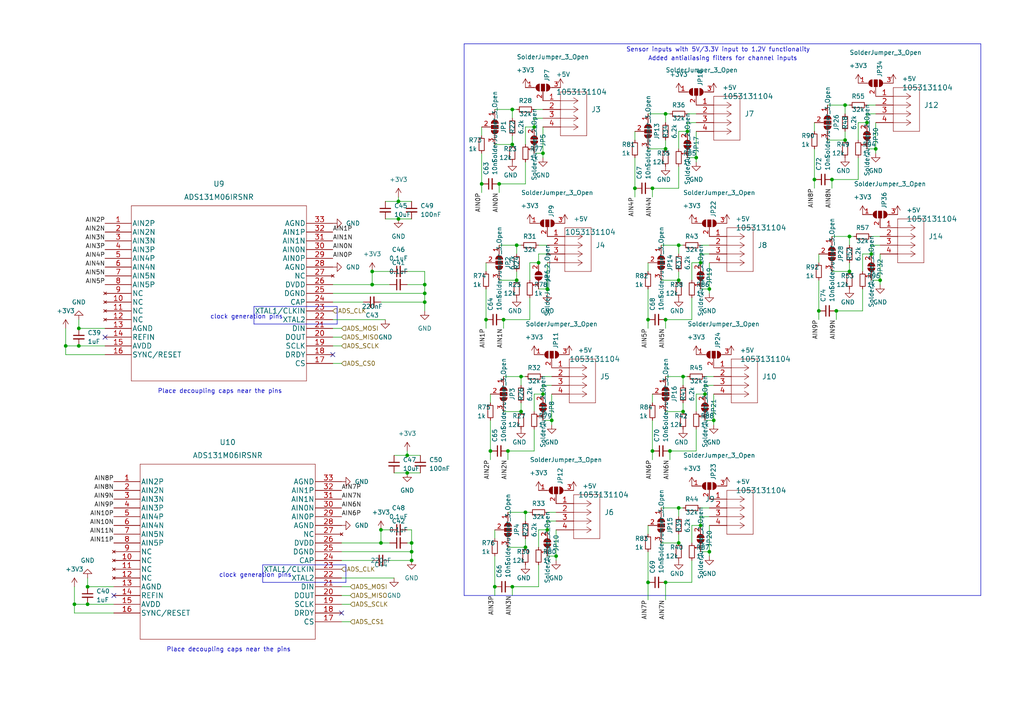
<source format=kicad_sch>
(kicad_sch (version 20230121) (generator eeschema)
  (paper "A4")
  (junction (at 110.49 153.67))
  (junction (at 146.05 92.71))
  (junction (at 158.75 83.82))
  (junction (at 196.85 147.32))
  (junction (at 325.12 175.26))
  (junction (at 115.57 63.5))
  (junction (at 201.93 45.72))
  (junction (at 246.38 78.74))
  (junction (at 151.13 109.22))
  (junction (at 118.11 132.08))
  (junction (at 245.11 30.48))
  (junction (at 204.47 114.3))
  (junction (at 21.59 175.26))
  (junction (at 207.01 121.92))
  (junction (at 196.85 81.28))
  (junction (at 252.73 73.66))
  (junction (at 107.95 82.55))
  (junction (at 242.57 90.17))
  (junction (at 194.31 130.81))
  (junction (at 196.85 71.12))
  (junction (at 344.17 90.17))
  (junction (at 187.96 168.91))
  (junction (at 148.59 41.91))
  (junction (at 148.59 170.18))
  (junction (at 193.04 168.91))
  (junction (at 245.11 40.64))
  (junction (at 334.01 154.94))
  (junction (at 140.97 92.71))
  (junction (at 161.29 161.29))
  (junction (at 326.39 102.87))
  (junction (at 196.85 157.48))
  (junction (at 193.04 92.71))
  (junction (at 157.48 44.45))
  (junction (at 255.27 81.28))
  (junction (at 205.74 83.82))
  (junction (at 193.04 43.18))
  (junction (at 151.13 119.38))
  (junction (at 144.78 53.34))
  (junction (at 115.57 58.42))
  (junction (at 158.75 153.67))
  (junction (at 241.3 52.07))
  (junction (at 326.39 99.06))
  (junction (at 160.02 121.92))
  (junction (at 325.12 171.45))
  (junction (at 147.32 130.81))
  (junction (at 25.4 175.26))
  (junction (at 149.86 71.12))
  (junction (at 317.5 149.86))
  (junction (at 331.47 102.87))
  (junction (at 237.49 90.17))
  (junction (at 123.19 82.55))
  (junction (at 119.38 162.56))
  (junction (at 320.04 77.47))
  (junction (at 336.55 162.56))
  (junction (at 156.21 76.2))
  (junction (at 152.4 158.75))
  (junction (at 148.59 31.75))
  (junction (at 311.15 99.06))
  (junction (at 25.4 170.18))
  (junction (at 19.05 100.33))
  (junction (at 199.39 38.1))
  (junction (at 246.38 68.58))
  (junction (at 203.2 76.2))
  (junction (at 123.19 87.63))
  (junction (at 251.46 35.56))
  (junction (at 198.12 119.38))
  (junction (at 149.86 81.28))
  (junction (at 187.96 92.71))
  (junction (at 154.94 36.83))
  (junction (at 119.38 160.02))
  (junction (at 331.47 99.06))
  (junction (at 22.86 100.33))
  (junction (at 308.61 171.45))
  (junction (at 198.12 109.22))
  (junction (at 143.51 170.18))
  (junction (at 139.7 53.34))
  (junction (at 184.15 54.61))
  (junction (at 320.04 87.63))
  (junction (at 189.23 54.61))
  (junction (at 157.48 114.3))
  (junction (at 317.5 160.02))
  (junction (at 318.77 175.26))
  (junction (at 142.24 130.81))
  (junction (at 236.22 52.07))
  (junction (at 254 43.18))
  (junction (at 189.23 130.81))
  (junction (at 318.77 171.45))
  (junction (at 107.95 78.74))
  (junction (at 118.11 137.16))
  (junction (at 152.4 148.59))
  (junction (at 110.49 157.48))
  (junction (at 119.38 157.48))
  (junction (at 123.19 85.09))
  (junction (at 203.2 152.4))
  (junction (at 22.86 95.25))
  (junction (at 193.04 33.02))
  (junction (at 205.74 160.02))
  (junction (at 341.63 82.55))
  (no_connect (at 99.06 177.8))
  (no_connect (at 30.48 97.79))
  (no_connect (at 33.02 172.72))
  (no_connect (at 96.52 102.87))
  (wire (pts (xy 96.52 100.33) (xy 99.06 100.33)))
  (wire (pts (xy 184.15 45.72) (xy 184.15 54.61)))
  (wire (pts (xy 241.3 68.58) (xy 246.38 68.58)))
  (wire (pts (xy 99.06 97.79) (xy 96.52 97.79)))
  (wire (pts (xy 118.11 130.81) (xy 118.11 132.08)))
  (wire (pts (xy 139.7 53.34) (xy 139.7 55.88)))
  (wire (pts (xy 196.85 54.61) (xy 189.23 54.61)))
  (wire (pts (xy 196.85 149.86) (xy 196.85 147.32)))
  (wire (pts (xy 332.74 149.86) (xy 336.55 149.86)))
  (wire (pts (xy 22.86 92.71) (xy 22.86 95.25)))
  (wire (pts (xy 143.51 153.67) (xy 143.51 156.21)))
  (wire (pts (xy 205.74 83.82) (xy 205.74 85.09)))
  (wire (pts (xy 140.97 76.2) (xy 140.97 78.74)))
  (polyline (pts (xy 76.2 163.83) (xy 100.33 163.83)))
  (wire (pts (xy 114.3 137.16) (xy 118.11 137.16)))
  (wire (pts (xy 320.04 87.63) (xy 320.04 85.09)))
  (wire (pts (xy 203.2 73.66) (xy 203.2 76.2)))
  (wire (pts (xy 252.73 71.12) (xy 252.73 73.66)))
  (wire (pts (xy 246.38 78.74) (xy 246.38 76.2)))
  (wire (pts (xy 328.93 154.94) (xy 322.58 154.94)))
  (wire (pts (xy 158.75 161.29) (xy 161.29 161.29)))
  (wire (pts (xy 99.06 167.64) (xy 114.3 167.64)))
  (wire (pts (xy 205.74 76.2) (xy 205.74 83.82)))
  (wire (pts (xy 203.2 160.02) (xy 205.74 160.02)))
  (wire (pts (xy 193.04 43.18) (xy 193.04 40.64)))
  (polyline (pts (xy 134.62 12.7) (xy 284.48 12.7)))
  (wire (pts (xy 96.52 92.71) (xy 111.76 92.71)))
  (wire (pts (xy 250.19 73.66) (xy 250.19 78.74)))
  (wire (pts (xy 245.11 33.02) (xy 245.11 30.48)))
  (wire (pts (xy 154.94 114.3) (xy 157.48 114.3)))
  (wire (pts (xy 314.96 87.63) (xy 320.04 87.63)))
  (wire (pts (xy 204.47 111.76) (xy 207.01 111.76)))
  (wire (pts (xy 99.06 162.56) (xy 107.95 162.56)))
  (wire (pts (xy 187.96 160.02) (xy 187.96 168.91)))
  (wire (pts (xy 187.96 168.91) (xy 187.96 173.99)))
  (wire (pts (xy 205.74 152.4) (xy 205.74 160.02)))
  (wire (pts (xy 308.61 162.56) (xy 308.61 171.45)))
  (wire (pts (xy 99.06 105.41) (xy 96.52 105.41)))
  (wire (pts (xy 157.48 36.83) (xy 157.48 44.45)))
  (wire (pts (xy 154.94 34.29) (xy 154.94 36.83)))
  (wire (pts (xy 149.86 73.66) (xy 149.86 71.12)))
  (wire (pts (xy 200.66 92.71) (xy 193.04 92.71)))
  (wire (pts (xy 314.96 77.47) (xy 320.04 77.47)))
  (wire (pts (xy 25.4 167.64) (xy 25.4 170.18)))
  (wire (pts (xy 156.21 73.66) (xy 156.21 76.2)))
  (wire (pts (xy 245.11 40.64) (xy 245.11 38.1)))
  (wire (pts (xy 113.03 153.67) (xy 110.49 153.67)))
  (wire (pts (xy 339.09 82.55) (xy 341.63 82.55)))
  (wire (pts (xy 307.34 99.06) (xy 311.15 99.06)))
  (wire (pts (xy 196.85 81.28) (xy 196.85 78.74)))
  (wire (pts (xy 207.01 114.3) (xy 207.01 121.92)))
  (wire (pts (xy 25.4 175.26) (xy 21.59 175.26)))
  (wire (pts (xy 119.38 160.02) (xy 119.38 162.56)))
  (wire (pts (xy 115.57 58.42) (xy 119.38 58.42)))
  (wire (pts (xy 331.47 99.06) (xy 331.47 102.87)))
  (wire (pts (xy 191.77 81.28) (xy 196.85 81.28)))
  (wire (pts (xy 317.5 160.02) (xy 317.5 157.48)))
  (wire (pts (xy 19.05 95.25) (xy 19.05 100.33)))
  (wire (pts (xy 156.21 71.12) (xy 158.75 71.12)))
  (wire (pts (xy 248.92 52.07) (xy 241.3 52.07)))
  (wire (pts (xy 307.34 72.39) (xy 307.34 99.06)))
  (wire (pts (xy 123.19 82.55) (xy 123.19 85.09)))
  (wire (pts (xy 187.96 33.02) (xy 193.04 33.02)))
  (wire (pts (xy 326.39 82.55) (xy 326.39 77.47)))
  (wire (pts (xy 328.93 144.78) (xy 302.26 144.78)))
  (wire (pts (xy 245.11 30.48) (xy 246.38 30.48)))
  (wire (pts (xy 99.06 160.02) (xy 119.38 160.02)))
  (wire (pts (xy 148.59 31.75) (xy 149.86 31.75)))
  (wire (pts (xy 19.05 102.87) (xy 19.05 100.33)))
  (wire (pts (xy 154.94 119.38) (xy 154.94 114.3)))
  (wire (pts (xy 196.85 71.12) (xy 198.12 71.12)))
  (wire (pts (xy 140.97 83.82) (xy 140.97 92.71)))
  (wire (pts (xy 187.96 43.18) (xy 193.04 43.18)))
  (wire (pts (xy 110.49 157.48) (xy 110.49 153.67)))
  (polyline (pts (xy 97.79 93.98) (xy 73.66 93.98)))
  (wire (pts (xy 193.04 92.71) (xy 193.04 95.25)))
  (wire (pts (xy 204.47 121.92) (xy 207.01 121.92)))
  (wire (pts (xy 148.59 34.29) (xy 148.59 31.75)))
  (wire (pts (xy 326.39 99.06) (xy 326.39 102.87)))
  (wire (pts (xy 246.38 71.12) (xy 246.38 68.58)))
  (wire (pts (xy 339.09 92.71) (xy 339.09 99.06)))
  (wire (pts (xy 198.12 111.76) (xy 198.12 109.22)))
  (wire (pts (xy 189.23 54.61) (xy 189.23 57.15)))
  (wire (pts (xy 184.15 54.61) (xy 184.15 57.15)))
  (wire (pts (xy 156.21 153.67) (xy 156.21 158.75)))
  (wire (pts (xy 335.28 72.39) (xy 307.34 72.39)))
  (wire (pts (xy 113.03 162.56) (xy 119.38 162.56)))
  (wire (pts (xy 200.66 76.2) (xy 200.66 81.28)))
  (wire (pts (xy 99.06 157.48) (xy 110.49 157.48)))
  (wire (pts (xy 19.05 102.87) (xy 30.48 102.87)))
  (wire (pts (xy 101.6 180.34) (xy 99.06 180.34)))
  (wire (pts (xy 119.38 153.67) (xy 119.38 157.48)))
  (wire (pts (xy 199.39 35.56) (xy 201.93 35.56)))
  (wire (pts (xy 334.01 152.4) (xy 336.55 152.4)))
  (wire (pts (xy 242.57 90.17) (xy 242.57 92.71)))
  (wire (pts (xy 331.47 165.1) (xy 331.47 171.45)))
  (wire (pts (xy 149.86 81.28) (xy 149.86 78.74)))
  (wire (pts (xy 21.59 177.8) (xy 33.02 177.8)))
  (wire (pts (xy 157.48 109.22) (xy 160.02 109.22)))
  (wire (pts (xy 250.19 83.82) (xy 250.19 90.17)))
  (wire (pts (xy 146.05 92.71) (xy 146.05 95.25)))
  (wire (pts (xy 200.66 76.2) (xy 203.2 76.2)))
  (wire (pts (xy 152.4 46.99) (xy 152.4 53.34)))
  (wire (pts (xy 158.75 151.13) (xy 161.29 151.13)))
  (wire (pts (xy 143.51 41.91) (xy 148.59 41.91)))
  (wire (pts (xy 207.01 121.92) (xy 207.01 123.19)))
  (wire (pts (xy 96.52 82.55) (xy 107.95 82.55)))
  (wire (pts (xy 152.4 36.83) (xy 152.4 41.91)))
  (wire (pts (xy 142.24 121.92) (xy 142.24 130.81)))
  (wire (pts (xy 156.21 163.83) (xy 156.21 170.18)))
  (wire (pts (xy 196.85 48.26) (xy 196.85 54.61)))
  (wire (pts (xy 153.67 86.36) (xy 153.67 92.71)))
  (wire (pts (xy 153.67 92.71) (xy 146.05 92.71)))
  (wire (pts (xy 153.67 76.2) (xy 156.21 76.2)))
  (wire (pts (xy 96.52 87.63) (xy 105.41 87.63)))
  (wire (pts (xy 312.42 149.86) (xy 317.5 149.86)))
  (wire (pts (xy 201.93 38.1) (xy 201.93 45.72)))
  (wire (pts (xy 191.77 157.48) (xy 196.85 157.48)))
  (wire (pts (xy 187.96 83.82) (xy 187.96 92.71)))
  (wire (pts (xy 123.19 87.63) (xy 123.19 90.17)))
  (wire (pts (xy 331.47 171.45) (xy 325.12 171.45)))
  (wire (pts (xy 152.4 158.75) (xy 152.4 156.21)))
  (wire (pts (xy 201.93 114.3) (xy 204.47 114.3)))
  (wire (pts (xy 248.92 35.56) (xy 248.92 40.64)))
  (wire (pts (xy 115.57 63.5) (xy 119.38 63.5)))
  (wire (pts (xy 320.04 77.47) (xy 321.31 77.47)))
  (wire (pts (xy 193.04 33.02) (xy 194.31 33.02)))
  (wire (pts (xy 341.63 80.01) (xy 341.63 82.55)))
  (wire (pts (xy 331.47 154.94) (xy 334.01 154.94)))
  (wire (pts (xy 251.46 33.02) (xy 251.46 35.56)))
  (wire (pts (xy 152.4 148.59) (xy 153.67 148.59)))
  (wire (pts (xy 248.92 45.72) (xy 248.92 52.07)))
  (wire (pts (xy 334.01 152.4) (xy 334.01 154.94)))
  (wire (pts (xy 203.2 83.82) (xy 205.74 83.82)))
  (wire (pts (xy 158.75 151.13) (xy 158.75 153.67)))
  (wire (pts (xy 194.31 130.81) (xy 194.31 133.35)))
  (wire (pts (xy 302.26 171.45) (xy 308.61 171.45)))
  (wire (pts (xy 251.46 30.48) (xy 254 30.48)))
  (wire (pts (xy 189.23 130.81) (xy 189.23 133.35)))
  (wire (pts (xy 236.22 35.56) (xy 236.22 38.1)))
  (wire (pts (xy 187.96 92.71) (xy 187.96 95.25)))
  (wire (pts (xy 153.67 76.2) (xy 153.67 81.28)))
  (wire (pts (xy 144.78 53.34) (xy 144.78 55.88)))
  (wire (pts (xy 156.21 153.67) (xy 158.75 153.67)))
  (wire (pts (xy 111.76 58.42) (xy 115.57 58.42)))
  (wire (pts (xy 311.15 82.55) (xy 311.15 85.09)))
  (wire (pts (xy 250.19 73.66) (xy 252.73 73.66)))
  (wire (pts (xy 154.94 124.46) (xy 154.94 130.81)))
  (wire (pts (xy 111.76 63.5) (xy 115.57 63.5)))
  (wire (pts (xy 154.94 130.81) (xy 147.32 130.81)))
  (wire (pts (xy 187.96 152.4) (xy 187.96 154.94)))
  (polyline (pts (xy 134.62 12.7) (xy 134.62 172.72)))
  (wire (pts (xy 144.78 81.28) (xy 149.86 81.28)))
  (wire (pts (xy 339.09 77.47) (xy 344.17 77.47)))
  (wire (pts (xy 101.6 170.18) (xy 99.06 170.18)))
  (wire (pts (xy 250.19 90.17) (xy 242.57 90.17)))
  (wire (pts (xy 147.32 158.75) (xy 152.4 158.75)))
  (wire (pts (xy 157.48 121.92) (xy 160.02 121.92)))
  (wire (pts (xy 161.29 161.29) (xy 161.29 162.56)))
  (wire (pts (xy 326.39 102.87) (xy 326.39 104.14)))
  (wire (pts (xy 196.85 157.48) (xy 196.85 154.94)))
  (wire (pts (xy 25.4 170.18) (xy 33.02 170.18)))
  (wire (pts (xy 199.39 45.72) (xy 201.93 45.72)))
  (wire (pts (xy 236.22 43.18) (xy 236.22 52.07)))
  (wire (pts (xy 189.23 114.3) (xy 189.23 116.84)))
  (wire (pts (xy 252.73 68.58) (xy 255.27 68.58)))
  (wire (pts (xy 336.55 162.56) (xy 336.55 163.83)))
  (polyline (pts (xy 76.2 163.83) (xy 76.2 168.91)))
  (wire (pts (xy 148.59 41.91) (xy 148.59 39.37)))
  (wire (pts (xy 203.2 149.86) (xy 205.74 149.86)))
  (wire (pts (xy 196.85 38.1) (xy 196.85 43.18)))
  (wire (pts (xy 156.21 73.66) (xy 158.75 73.66)))
  (wire (pts (xy 237.49 81.28) (xy 237.49 90.17)))
  (wire (pts (xy 302.26 144.78) (xy 302.26 171.45)))
  (wire (pts (xy 325.12 171.45) (xy 323.85 171.45)))
  (wire (pts (xy 115.57 57.15) (xy 115.57 58.42)))
  (wire (pts (xy 160.02 114.3) (xy 160.02 121.92)))
  (wire (pts (xy 146.05 109.22) (xy 151.13 109.22)))
  (wire (pts (xy 201.93 124.46) (xy 201.93 130.81)))
  (wire (pts (xy 118.11 137.16) (xy 121.92 137.16)))
  (wire (pts (xy 151.13 109.22) (xy 152.4 109.22)))
  (wire (pts (xy 196.85 147.32) (xy 198.12 147.32)))
  (polyline (pts (xy 100.33 163.83) (xy 100.33 168.91)))
  (polyline (pts (xy 73.66 88.9) (xy 73.66 93.98)))
  (wire (pts (xy 311.15 99.06) (xy 326.39 99.06)))
  (wire (pts (xy 144.78 71.12) (xy 149.86 71.12)))
  (wire (pts (xy 143.51 161.29) (xy 143.51 170.18)))
  (wire (pts (xy 123.19 85.09) (xy 123.19 87.63)))
  (wire (pts (xy 251.46 43.18) (xy 254 43.18)))
  (wire (pts (xy 237.49 90.17) (xy 237.49 92.71)))
  (wire (pts (xy 147.32 148.59) (xy 152.4 148.59)))
  (wire (pts (xy 248.92 35.56) (xy 251.46 35.56)))
  (wire (pts (xy 199.39 33.02) (xy 201.93 33.02)))
  (wire (pts (xy 33.02 175.26) (xy 25.4 175.26)))
  (wire (pts (xy 22.86 95.25) (xy 30.48 95.25)))
  (wire (pts (xy 246.38 68.58) (xy 247.65 68.58)))
  (wire (pts (xy 107.95 78.74) (xy 107.95 82.55)))
  (wire (pts (xy 339.09 82.55) (xy 339.09 87.63)))
  (wire (pts (xy 146.05 119.38) (xy 151.13 119.38)))
  (wire (pts (xy 331.47 102.87) (xy 331.47 104.14)))
  (wire (pts (xy 198.12 119.38) (xy 198.12 116.84)))
  (polyline (pts (xy 97.79 88.9) (xy 97.79 93.98)))
  (wire (pts (xy 204.47 109.22) (xy 207.01 109.22)))
  (wire (pts (xy 99.06 95.25) (xy 96.52 95.25)))
  (polyline (pts (xy 100.33 168.91) (xy 76.2 168.91)))
  (wire (pts (xy 196.85 38.1) (xy 199.39 38.1)))
  (wire (pts (xy 193.04 35.56) (xy 193.04 33.02)))
  (wire (pts (xy 255.27 81.28) (xy 255.27 82.55)))
  (wire (pts (xy 152.4 36.83) (xy 154.94 36.83)))
  (wire (pts (xy 252.73 81.28) (xy 255.27 81.28)))
  (wire (pts (xy 147.32 130.81) (xy 147.32 133.35)))
  (wire (pts (xy 184.15 38.1) (xy 184.15 40.64)))
  (wire (pts (xy 191.77 71.12) (xy 196.85 71.12)))
  (wire (pts (xy 311.15 90.17) (xy 311.15 99.06)))
  (wire (pts (xy 154.94 44.45) (xy 157.48 44.45)))
  (wire (pts (xy 196.85 73.66) (xy 196.85 71.12)))
  (wire (pts (xy 341.63 80.01) (xy 344.17 80.01)))
  (wire (pts (xy 160.02 121.92) (xy 160.02 123.19)))
  (wire (pts (xy 119.38 153.67) (xy 118.11 153.67)))
  (wire (pts (xy 30.48 100.33) (xy 22.86 100.33)))
  (wire (pts (xy 151.13 119.38) (xy 151.13 116.84)))
  (wire (pts (xy 198.12 109.22) (xy 199.39 109.22)))
  (wire (pts (xy 113.03 157.48) (xy 110.49 157.48)))
  (wire (pts (xy 110.49 87.63) (xy 123.19 87.63)))
  (wire (pts (xy 157.48 111.76) (xy 160.02 111.76)))
  (wire (pts (xy 149.86 71.12) (xy 151.13 71.12)))
  (wire (pts (xy 334.01 162.56) (xy 336.55 162.56)))
  (wire (pts (xy 241.3 52.07) (xy 241.3 54.61)))
  (wire (pts (xy 21.59 177.8) (xy 21.59 175.26)))
  (wire (pts (xy 154.94 31.75) (xy 157.48 31.75)))
  (wire (pts (xy 191.77 147.32) (xy 196.85 147.32)))
  (wire (pts (xy 148.59 170.18) (xy 148.59 172.72)))
  (wire (pts (xy 193.04 119.38) (xy 198.12 119.38)))
  (wire (pts (xy 240.03 40.64) (xy 245.11 40.64)))
  (wire (pts (xy 158.75 76.2) (xy 158.75 83.82)))
  (wire (pts (xy 154.94 34.29) (xy 157.48 34.29)))
  (wire (pts (xy 123.19 78.74) (xy 118.11 78.74)))
  (wire (pts (xy 200.66 152.4) (xy 203.2 152.4)))
  (wire (pts (xy 158.75 148.59) (xy 161.29 148.59)))
  (wire (pts (xy 318.77 175.26) (xy 318.77 177.8)))
  (wire (pts (xy 139.7 44.45) (xy 139.7 53.34)))
  (wire (pts (xy 254 35.56) (xy 254 43.18)))
  (wire (pts (xy 322.58 154.94) (xy 322.58 149.86)))
  (wire (pts (xy 118.11 82.55) (xy 123.19 82.55)))
  (wire (pts (xy 152.4 151.13) (xy 152.4 148.59)))
  (wire (pts (xy 325.12 175.26) (xy 325.12 177.8)))
  (wire (pts (xy 331.47 154.94) (xy 331.47 160.02)))
  (polyline (pts (xy 284.48 12.7) (xy 284.48 172.72)))
  (wire (pts (xy 308.61 171.45) (xy 318.77 171.45)))
  (wire (pts (xy 187.96 76.2) (xy 187.96 78.74)))
  (wire (pts (xy 142.24 114.3) (xy 142.24 116.84)))
  (wire (pts (xy 240.03 30.48) (xy 245.11 30.48)))
  (wire (pts (xy 114.3 132.08) (xy 118.11 132.08)))
  (wire (pts (xy 99.06 175.26) (xy 101.6 175.26)))
  (wire (pts (xy 96.52 85.09) (xy 123.19 85.09)))
  (wire (pts (xy 254 43.18) (xy 254 44.45)))
  (wire (pts (xy 143.51 31.75) (xy 148.59 31.75)))
  (wire (pts (xy 317.5 152.4) (xy 317.5 149.86)))
  (wire (pts (xy 151.13 111.76) (xy 151.13 109.22)))
  (wire (pts (xy 204.47 111.76) (xy 204.47 114.3)))
  (wire (pts (xy 119.38 157.48) (xy 119.38 160.02)))
  (wire (pts (xy 251.46 33.02) (xy 254 33.02)))
  (wire (pts (xy 203.2 71.12) (xy 205.74 71.12)))
  (wire (pts (xy 200.66 152.4) (xy 200.66 157.48)))
  (wire (pts (xy 157.48 111.76) (xy 157.48 114.3)))
  (wire (pts (xy 201.93 114.3) (xy 201.93 119.38)))
  (wire (pts (xy 335.28 82.55) (xy 326.39 82.55)))
  (wire (pts (xy 325.12 175.26) (xy 323.85 175.26)))
  (wire (pts (xy 236.22 52.07) (xy 236.22 54.61)))
  (wire (pts (xy 193.04 109.22) (xy 198.12 109.22)))
  (wire (pts (xy 344.17 90.17) (xy 344.17 91.44)))
  (wire (pts (xy 344.17 82.55) (xy 344.17 90.17)))
  (wire (pts (xy 205.74 160.02) (xy 205.74 161.29)))
  (wire (pts (xy 312.42 160.02) (xy 317.5 160.02)))
  (wire (pts (xy 161.29 153.67) (xy 161.29 161.29)))
  (wire (pts (xy 341.63 90.17) (xy 344.17 90.17)))
  (wire (pts (xy 255.27 73.66) (xy 255.27 81.28)))
  (wire (pts (xy 118.11 132.08) (xy 121.92 132.08)))
  (wire (pts (xy 140.97 92.71) (xy 140.97 95.25)))
  (wire (pts (xy 320.04 80.01) (xy 320.04 77.47)))
  (wire (pts (xy 123.19 78.74) (xy 123.19 82.55)))
  (wire (pts (xy 308.61 154.94) (xy 308.61 157.48)))
  (wire (pts (xy 325.12 171.45) (xy 325.12 175.26)))
  (wire (pts (xy 118.11 157.48) (xy 119.38 157.48)))
  (wire (pts (xy 201.93 45.72) (xy 201.93 46.99)))
  (polyline (pts (xy 73.66 88.9) (xy 97.79 88.9)))
  (wire (pts (xy 241.3 78.74) (xy 246.38 78.74)))
  (wire (pts (xy 339.09 99.06) (xy 331.47 99.06)))
  (polyline (pts (xy 284.48 172.72) (xy 134.62 172.72)))
  (wire (pts (xy 21.59 170.18) (xy 21.59 175.26)))
  (wire (pts (xy 152.4 53.34) (xy 144.78 53.34)))
  (wire (pts (xy 200.66 86.36) (xy 200.66 92.71)))
  (wire (pts (xy 142.24 130.81) (xy 142.24 133.35)))
  (wire (pts (xy 22.86 100.33) (xy 19.05 100.33)))
  (wire (pts (xy 200.66 168.91) (xy 193.04 168.91)))
  (wire (pts (xy 113.03 78.74) (xy 107.95 78.74)))
  (wire (pts (xy 156.21 170.18) (xy 148.59 170.18)))
  (wire (pts (xy 201.93 130.81) (xy 194.31 130.81)))
  (wire (pts (xy 318.77 171.45) (xy 318.77 175.26)))
  (wire (pts (xy 203.2 149.86) (xy 203.2 152.4)))
  (wire (pts (xy 107.95 82.55) (xy 113.03 82.55)))
  (wire (pts (xy 237.49 73.66) (xy 237.49 76.2)))
  (wire (pts (xy 158.75 83.82) (xy 158.75 85.09)))
  (wire (pts (xy 203.2 73.66) (xy 205.74 73.66)))
  (wire (pts (xy 189.23 121.92) (xy 189.23 130.81)))
  (wire (pts (xy 143.51 170.18) (xy 143.51 172.72)))
  (wire (pts (xy 252.73 71.12) (xy 255.27 71.12)))
  (wire (pts (xy 200.66 162.56) (xy 200.66 168.91)))
  (wire (pts (xy 203.2 147.32) (xy 205.74 147.32)))
  (wire (pts (xy 139.7 36.83) (xy 139.7 39.37)))
  (wire (pts (xy 193.04 168.91) (xy 193.04 173.99)))
  (wire (pts (xy 156.21 83.82) (xy 158.75 83.82)))
  (wire (pts (xy 101.6 172.72) (xy 99.06 172.72)))
  (wire (pts (xy 336.55 154.94) (xy 336.55 162.56)))
  (wire (pts (xy 157.48 44.45) (xy 157.48 45.72)))
  (wire (pts (xy 199.39 35.56) (xy 199.39 38.1)))
  (text "Added antialiasing filters for channel inputs" (at 187.96 17.78 0) (effects (font (size 1.27 1.27)) (justify left bottom)))
  (text "10V option" (at 349.25 87.63 0) (effects (font (size 1.27 1.27)) (justify left bottom)))
  (text "clock generation pins\n" (at 60.96 92.71 0) (effects (font (size 1.27 1.27)) (justify left bottom)))
  (text "10V option" (at 341.63 161.29 0) (effects (font (size 1.27 1.27)) (justify left bottom)))
  (text "Sensor inputs with 5V/3.3V input to 1.2V functionality\n" (at 181.61 15.24 0) (effects (font (size 1.27 1.27)) (justify left bottom)))
  (text "Place decoupling caps near the pins\n" (at 48.26 189.23 0) (effects (font (size 1.27 1.27)) (justify left bottom)))
  (text "Place decoupling caps near the pins\n" (at 45.72 114.3 0) (effects (font (size 1.27 1.27)) (justify left bottom)))
  (text "clock generation pins\n" (at 63.5 167.64 0) (effects (font (size 1.27 1.27)) (justify left bottom)))
  (label "AIN2N" (at 30.48 67.31 180))
  (label "AIN8N" (at 33.02 142.24 180))
  (label "AIN4P" (at 30.48 74.93 180))
  (label "AIN10P" (at 326.39 104.14 270))
  (label "AIN7P" (at 99.06 142.24 0))
  (label "AIN2P" (at 30.48 64.77 180))
  (label "AIN1P" (at 140.97 95.25 270))
  (label "AIN0N" (at 96.52 72.39 0))
  (label "AIN11N" (at 33.02 154.94 180))
  (label "AIN6N" (at 194.31 133.35 270))
  (label "AIN11P" (at 318.77 177.8 270))
  (label "AIN5N" (at 30.48 80.01 180))
  (label "AIN10P" (at 33.02 149.86 180))
  (label "AIN9P" (at 33.02 147.32 180))
  (label "AIN11N" (at 325.12 177.8 270))
  (label "AIN4N" (at 30.48 77.47 180))
  (label "AIN0N" (at 144.78 55.88 270))
  (label "AIN0P" (at 96.52 74.93 0))
  (label "AIN7P" (at 187.96 173.99 270))
  (label "AIN7N" (at 193.04 173.99 270))
  (label "AIN10N" (at 331.47 104.14 270))
  (label "AIN2N" (at 147.32 133.35 270))
  (label "AIN8P" (at 33.02 139.7 180))
  (label "AIN8P" (at 236.22 54.61 270))
  (label "AIN4P" (at 184.15 57.15 270))
  (label "AIN5N" (at 193.04 95.25 270))
  (label "AIN3P" (at 143.51 172.72 270))
  (label "AIN9N" (at 33.02 144.78 180))
  (label "AIN11P" (at 33.02 157.48 180))
  (label "AIN9P" (at 237.49 92.71 270))
  (label "AIN5P" (at 30.48 82.55 180))
  (label "AIN10N" (at 33.02 152.4 180))
  (label "AIN1P" (at 96.52 67.31 0))
  (label "AIN6P" (at 189.23 133.35 270))
  (label "AIN7N" (at 99.06 144.78 0))
  (label "AIN1N" (at 146.05 95.25 270))
  (label "AIN0P" (at 139.7 55.88 270))
  (label "AIN4N" (at 189.23 57.15 270))
  (label "AIN6P" (at 99.06 149.86 0))
  (label "AIN1N" (at 96.52 69.85 0))
  (label "AIN2P" (at 142.24 133.35 270))
  (label "AIN6N" (at 99.06 147.32 0))
  (label "AIN9N" (at 242.57 92.71 270))
  (label "AIN3N" (at 148.59 172.72 270))
  (label "AIN5P" (at 187.96 95.25 270))
  (label "AIN3N" (at 30.48 69.85 180))
  (label "AIN3P" (at 30.48 72.39 180))
  (label "AIN8N" (at 241.3 54.61 270))
  (hierarchical_label "ADS_CS0" (shape input) (at 99.06 105.41 0))
  (hierarchical_label "ADS_CLK" (shape input) (at 96.52 90.17 0))
  (hierarchical_label "ADS_CLK" (shape input) (at 99.06 165.1 0))
  (hierarchical_label "ADS_MISO" (shape input) (at 99.06 97.79 0))
  (hierarchical_label "ADS_MOSI" (shape input) (at 99.06 95.25 0))
  (hierarchical_label "ADS_CS1" (shape input) (at 101.6 180.34 0))
  (hierarchical_label "ADS_MOSI" (shape input) (at 101.6 170.18 0))
  (hierarchical_label "ADS_SCLK" (shape input) (at 99.06 100.33 0))
  (hierarchical_label "ADS_SCLK" (shape input) (at 101.6 175.26 0))
  (hierarchical_label "ADS_MISO" (shape input) (at 101.6 172.72 0))
  (symbol (lib_id "power:GND") (at 201.93 46.99 0) (unit 1)
    (property "Reference" "#PWR0105" (effects hide))
    (property "Value" "GND" (at 201.93 52.07 0))
  )
  (symbol (lib_id "Device:R_Small") (at 245.11 35.56 0) (unit 1)
    (property "Reference" "R48" (at 245.11 35.56 90))
    (property "Value" "6.2k" (at 247.65 35.56 90))
    (property "Footprint" "Resistor_SMD:R_0402_1005Metric" (effects hide))
  )
  (symbol (lib_id "Device:R_Small") (at 198.12 121.92 0) (unit 1)
    (property "Reference" "R42" (at 195.58 120.65 0) (effects (justify left)))
    (property "Value" "12k" (at 194.31 123.19 0) (effects (justify left)))
    (property "Footprint" "Resistor_SMD:R_0402_1005Metric" (effects hide))
  )
  (symbol (lib_id "Jumper:SolderJumper_3_Open") (at 254 24.13 0) (unit 1)
    (property "Reference" "JP34" (at 255.1684 22.4282 90) (effects (justify left)))
    (property "Value" "SolderJumper_3_Open" (at 246.38 15.24 0) (effects (justify left)))
    (property "Footprint" "Jumper:SolderJumper-3_P1.3mm_Open_RoundedPad1.0x1.5mm_NumberLabels" (effects hide))
  )
  (symbol (lib_id "Jumper:SolderJumper_3_Open") (at 160.02 102.87 0) (unit 1)
    (property "Reference" "JP11" (at 161.1884 101.1682 90) (effects (justify left)))
    (property "Value" "SolderJumper_3_Open" (at 152.4 93.98 0) (effects (justify left)))
    (property "Footprint" "Jumper:SolderJumper-3_P1.3mm_Open_RoundedPad1.0x1.5mm_NumberLabels" (effects hide))
  )
  (symbol (lib_id "power:GND") (at 205.74 85.09 0) (unit 1)
    (property "Reference" "#PWR0107" (effects hide))
    (property "Value" "GND" (at 205.74 90.17 0))
  )
  (symbol (lib_id "power:GND") (at 160.02 123.19 0) (unit 1)
    (property "Reference" "#PWR092" (effects hide))
    (property "Value" "GND" (at 160.02 128.27 0))
  )
  (symbol (lib_id "Device:R_Small") (at 317.5 162.56 0) (unit 1)
    (property "Reference" "R47" (at 314.96 161.29 0) (effects (justify left)))
    (property "Value" "15.8R" (at 313.69 163.83 0) (effects (justify left)))
    (property "Footprint" "Resistor_SMD:R_0402_1005Metric" (effects hide))
  )
  (symbol (lib_id "power:GND") (at 115.57 63.5 0) (unit 1)
    (property "Reference" "#PWR075" (effects hide))
    (property "Value" "GND" (at 115.57 68.58 0))
  )
  (symbol (lib_id "Jumper:SolderJumper_3_Open") (at 144.78 76.2 270) (unit 1)
    (property "Reference" "JP2" (at 147.32 76.2 0))
    (property "Value" "SolderJumper_3_Open" (at 144.78 76.2 0))
    (property "Footprint" "Jumper:SolderJumper-3_P1.3mm_Open_RoundedPad1.0x1.5mm_NumberLabels" (effects hide))
  )
  (symbol (lib_id "Device:R_Small") (at 143.51 158.75 0) (unit 1)
    (property "Reference" "R76" (at 139.7 157.48 0) (effects (justify left)))
    (property "Value" "1k" (at 139.7 160.02 0) (effects (justify left)))
    (property "Footprint" "Resistor_SMD:R_0402_1005Metric" (effects hide))
  )
  (symbol (lib_id "power:+5V") (at 207.01 26.67 0) (unit 1)
    (property "Reference" "#PWR0109" (effects hide))
    (property "Value" "+5V" (at 209.55 25.3999 0) (effects (justify left)))
  )
  (symbol (lib_id "power:+5V") (at 165.1 102.87 0) (unit 1)
    (property "Reference" "#PWR096" (effects hide))
    (property "Value" "+5V" (at 167.64 101.5999 0) (effects (justify left)))
  )
  (symbol (lib_id "Device:C_Small") (at 190.5 168.91 90) (unit 1)
    (property "Reference" "C69" (at 189.2362 166.37 0) (effects (justify left)))
    (property "Value" "10nF" (at 191.7762 166.37 0) (effects (justify left)))
    (property "Footprint" "Capacitor_SMD:C_0402_1005Metric" (effects hide))
  )
  (symbol (lib_id "Jumper:SolderJumper_3_Open") (at 314.96 82.55 270) (unit 1)
    (property "Reference" "JP27" (at 317.5 82.55 0))
    (property "Value" "SolderJumper_3_Open" (at 314.96 82.55 0))
    (property "Footprint" "Jumper:SolderJumper-3_P1.3mm_Open_RoundedPad1.0x1.5mm_NumberLabels" (effects hide))
  )
  (symbol (lib_id "Device:C_Small") (at 110.49 162.56 90) (unit 1)
    (property "Reference" "C44" (at 110.49 163.83 90))
    (property "Value" "220nF" (at 110.49 162.56 90))
    (property "Footprint" "Capacitor_SMD:C_0402_1005Metric" (effects hide))
  )
  (symbol (lib_id "Jumper:SolderJumper_2_Open") (at 203.2 156.21 90) (unit 1)
    (property "Reference" "JP20" (at 205.74 156.21 0))
    (property "Value" "SolderJumper_2_Open" (at 203.2 157.48 0))
    (property "Footprint" "Jumper:SolderJumper-2_P1.3mm_Open_RoundedPad1.0x1.5mm" (effects hide))
  )
  (symbol (lib_id "Jumper:SolderJumper_3_Open") (at 336.55 143.51 0) (unit 1)
    (property "Reference" "JP33" (at 337.7184 141.8082 90) (effects (justify left)))
    (property "Value" "SolderJumper_3_Open" (at 328.93 134.62 0) (effects (justify left)))
    (property "Footprint" "Jumper:SolderJumper-3_P1.3mm_Open_RoundedPad1.0x1.5mm_NumberLabels" (effects hide))
  )
  (symbol (lib_id "Device:R_Small") (at 152.4 31.75 90) (unit 1)
    (property "Reference" "R28" (at 152.4 29.21 90))
    (property "Value" "32k" (at 152.4 33.02 90))
    (property "Footprint" "Resistor_SMD:R_0402_1005Metric" (effects hide))
  )
  (symbol (lib_id "Device:R_Small") (at 148.59 36.83 0) (unit 1)
    (property "Reference" "R22" (at 148.59 36.83 90))
    (property "Value" "6.2k" (at 151.13 36.83 90))
    (property "Footprint" "Resistor_SMD:R_0402_1005Metric" (effects hide))
  )
  (symbol (lib_id "Jumper:SolderJumper_3_Open") (at 312.42 154.94 270) (unit 1)
    (property "Reference" "JP25" (at 314.96 154.94 0))
    (property "Value" "SolderJumper_3_Open" (at 312.42 154.94 0))
    (property "Footprint" "Jumper:SolderJumper-3_P1.3mm_Open_RoundedPad1.0x1.5mm_NumberLabels" (effects hide))
  )
  (symbol (lib_id "power:+5V") (at 166.37 142.24 0) (unit 1)
    (property "Reference" "#PWR097" (effects hide))
    (property "Value" "+5V" (at 168.91 140.9699 0) (effects (justify left)))
  )
  (symbol (lib_id "power:+3.3V") (at 21.59 170.18 0) (unit 1)
    (property "Reference" "#PWR063" (effects hide))
    (property "Value" "+3.3V" (at 21.59 165.1 0))
  )
  (symbol (lib_id "Device:R_Small") (at 156.21 161.29 0) (unit 1)
    (property "Reference" "R80" (at 157.48 160.02 0) (effects (justify left)))
    (property "Value" "1k" (at 157.48 162.56 0) (effects (justify left)))
    (property "Footprint" "Resistor_SMD:R_0402_1005Metric" (effects hide))
  )
  (symbol (lib_id "Jumper:SolderJumper_3_Open") (at 344.17 71.12 0) (unit 1)
    (property "Reference" "JP35" (at 345.3384 69.4182 90) (effects (justify left)))
    (property "Value" "SolderJumper_3_Open" (at 336.55 62.23 0) (effects (justify left)))
    (property "Footprint" "Jumper:SolderJumper-3_P1.3mm_Open_RoundedPad1.0x1.5mm_NumberLabels" (effects hide))
  )
  (symbol (lib_id "power:GND") (at 158.75 85.09 0) (unit 1)
    (property "Reference" "#PWR091" (effects hide))
    (property "Value" "GND" (at 158.75 90.17 0))
  )
  (symbol (lib_id "iclr:1053131104") (at 344.17 74.93 0) (unit 1)
    (property "Reference" "J13" (at 358.14 77.47 0) (effects (font (size 1.524 1.524)) (justify left)))
    (property "Value" "1053131104" (at 351.79 72.39 0) (effects (font (size 1.524 1.524)) (justify left)))
    (property "Footprint" "iclr:1053131104" (effects hide))
  )
  (symbol (lib_id "power:+3.3V") (at 200.66 64.77 0) (unit 1)
    (property "Reference" "#PWR0103" (effects hide))
    (property "Value" "+3.3V" (at 200.66 59.69 0))
  )
  (symbol (lib_id "power:+5V") (at 210.82 64.77 0) (unit 1)
    (property "Reference" "#PWR0111" (effects hide))
    (property "Value" "+5V" (at 213.36 63.4999 0) (effects (justify left)))
  )
  (symbol (lib_id "Device:R_Small") (at 321.31 175.26 90) (unit 1)
    (property "Reference" "R60" (at 321.31 170.18 90))
    (property "Value" "49" (at 321.31 172.72 90))
    (property "Footprint" "Resistor_SMD:R_0402_1005Metric" (effects hide))
  )
  (symbol (lib_id "Device:R_Small") (at 311.15 87.63 0) (unit 1)
    (property "Reference" "R91" (at 307.34 86.36 0) (effects (justify left)))
    (property "Value" "1k" (at 307.34 88.9 0) (effects (justify left)))
    (property "Footprint" "Resistor_SMD:R_0402_1005Metric" (effects hide))
  )
  (symbol (lib_id "Device:C_Small") (at 22.86 97.79 0) (unit 1)
    (property "Reference" "C39" (at 25.4 96.5262 0) (effects (justify left)))
    (property "Value" "1uF" (at 25.4 99.0662 0) (effects (justify left)))
    (property "Footprint" "Capacitor_SMD:C_0402_1005Metric" (effects hide))
  )
  (symbol (lib_id "Device:R_Small") (at 339.09 90.17 0) (unit 1)
    (property "Reference" "R95" (at 340.36 88.9 0) (effects (justify left)))
    (property "Value" "1k" (at 340.36 91.44 0) (effects (justify left)))
    (property "Footprint" "Resistor_SMD:R_0402_1005Metric" (effects hide))
  )
  (symbol (lib_id "power:GND") (at 96.52 64.77 90) (unit 1)
    (property "Reference" "#PWR066" (effects hide))
    (property "Value" "GND" (at 100.33 64.7699 90) (effects (justify right)))
  )
  (symbol (lib_id "Device:R_Small") (at 201.93 121.92 0) (unit 1)
    (property "Reference" "R88" (at 203.2 120.65 0) (effects (justify left)))
    (property "Value" "1k" (at 203.2 123.19 0) (effects (justify left)))
    (property "Footprint" "Resistor_SMD:R_0402_1005Metric" (effects hide))
  )
  (symbol (lib_id "Device:R_Small") (at 152.4 161.29 0) (unit 1)
    (property "Reference" "R30" (at 149.86 160.02 0) (effects (justify left)))
    (property "Value" "12k" (at 148.59 162.56 0) (effects (justify left)))
    (property "Footprint" "Resistor_SMD:R_0402_1005Metric" (effects hide))
  )
  (symbol (lib_id "power:GND") (at 317.5 165.1 0) (unit 1)
    (property "Reference" "#PWR0114" (effects hide))
    (property "Value" "GND" (at 314.96 168.91 0) (effects (justify left)))
  )
  (symbol (lib_id "power:+3.3V") (at 331.47 143.51 0) (unit 1)
    (property "Reference" "#PWR0118" (effects hide))
    (property "Value" "+3.3V" (at 331.47 138.43 0))
  )
  (symbol (lib_id "Device:R_Small") (at 149.86 76.2 0) (unit 1)
    (property "Reference" "R24" (at 149.86 76.2 90))
    (property "Value" "6.2k" (at 148.59 76.2 90))
    (property "Footprint" "Resistor_SMD:R_0402_1005Metric" (effects hide))
  )
  (symbol (lib_id "Device:R_Small") (at 193.04 38.1 0) (unit 1)
    (property "Reference" "R34" (at 193.04 38.1 90))
    (property "Value" "6.2k" (at 195.58 38.1 90))
    (property "Footprint" "Resistor_SMD:R_0402_1005Metric" (effects hide))
  )
  (symbol (lib_id "Jumper:SolderJumper_2_Open") (at 251.46 39.37 90) (unit 1)
    (property "Reference" "JP30" (at 254 39.37 0))
    (property "Value" "SolderJumper_2_Open" (at 251.46 40.64 0))
    (property "Footprint" "Jumper:SolderJumper-2_P1.3mm_Open_RoundedPad1.0x1.5mm" (effects hide))
  )
  (symbol (lib_id "Jumper:SolderJumper_3_Open") (at 161.29 142.24 0) (unit 1)
    (property "Reference" "JP12" (at 162.4584 140.5382 90) (effects (justify left)))
    (property "Value" "SolderJumper_3_Open" (at 153.67 133.35 0) (effects (justify left)))
    (property "Footprint" "Jumper:SolderJumper-3_P1.3mm_Open_RoundedPad1.0x1.5mm_NumberLabels" (effects hide))
  )
  (symbol (lib_id "Device:R_Small") (at 250.19 68.58 90) (unit 1)
    (property "Reference" "R57" (at 250.19 66.04 90))
    (property "Value" "32k" (at 250.19 69.85 90))
    (property "Footprint" "Resistor_SMD:R_0402_1005Metric" (effects hide))
  )
  (symbol (lib_id "Jumper:SolderJumper_3_Open") (at 201.93 26.67 0) (unit 1)
    (property "Reference" "JP18" (at 203.0984 24.9682 90) (effects (justify left)))
    (property "Value" "SolderJumper_3_Open" (at 193.04 20.32 0) (effects (justify left)))
    (property "Footprint" "Jumper:SolderJumper-3_P1.3mm_Open_RoundedPad1.0x1.5mm_NumberLabels" (effects hide))
  )
  (symbol (lib_id "power:+3.3V") (at 153.67 64.77 0) (unit 1)
    (property "Reference" "#PWR087" (effects hide))
    (property "Value" "+3.3V" (at 153.67 59.69 0))
  )
  (symbol (lib_id "Device:R_Small") (at 196.85 45.72 0) (unit 1)
    (property "Reference" "R85" (at 198.12 44.45 0) (effects (justify left)))
    (property "Value" "1k" (at 198.12 46.99 0) (effects (justify left)))
    (property "Footprint" "Resistor_SMD:R_0402_1005Metric" (effects hide))
  )
  (symbol (lib_id "power:+3.3V") (at 156.21 142.24 0) (unit 1)
    (property "Reference" "#PWR089" (effects hide))
    (property "Value" "+3.3V" (at 156.21 137.16 0))
  )
  (symbol (lib_id "Device:R_Small") (at 152.4 44.45 0) (unit 1)
    (property "Reference" "R77" (at 153.67 43.18 0) (effects (justify left)))
    (property "Value" "1k" (at 153.67 45.72 0) (effects (justify left)))
    (property "Footprint" "Resistor_SMD:R_0402_1005Metric" (effects hide))
  )
  (symbol (lib_id "Jumper:SolderJumper_3_Open") (at 335.28 77.47 90) (unit 1)
    (property "Reference" "JP39" (at 333.5782 76.3016 90) (effects (justify left)))
    (property "Value" "SolderJumper_3_Open" (at 330.2 96.52 0) (effects (justify left)))
    (property "Footprint" "Jumper:SolderJumper-3_P1.3mm_Open_RoundedPad1.0x1.5mm_NumberLabels" (effects hide))
  )
  (symbol (lib_id "power:+10V") (at 341.63 143.51 0) (unit 1)
    (property "Reference" "#PWR023" (effects hide))
    (property "Value" "+10V" (at 341.63 139.7 0))
  )
  (symbol (lib_id "Device:R_Small") (at 248.92 43.18 0) (unit 1)
    (property "Reference" "R94" (at 250.19 41.91 0) (effects (justify left)))
    (property "Value" "1k" (at 250.19 44.45 0) (effects (justify left)))
    (property "Footprint" "Resistor_SMD:R_0402_1005Metric" (effects hide))
  )
  (symbol (lib_id "Jumper:SolderJumper_3_Open") (at 143.51 36.83 270) (unit 1)
    (property "Reference" "JP1" (at 146.05 36.83 0))
    (property "Value" "SolderJumper_3_Open" (at 143.51 36.83 0))
    (property "Footprint" "Jumper:SolderJumper-3_P1.3mm_Open_RoundedPad1.0x1.5mm_NumberLabels" (effects hide))
  )
  (symbol (lib_id "iclr:1053131104") (at 158.75 68.58 0) (unit 1)
    (property "Reference" "J4" (at 172.72 71.12 0) (effects (font (size 1.524 1.524)) (justify left)))
    (property "Value" "1053131104" (at 163.83 67.31 0) (effects (font (size 1.524 1.524)) (justify left)))
    (property "Footprint" "iclr:1053131104" (effects hide))
  )
  (symbol (lib_id "power:GND") (at 118.11 137.16 0) (unit 1)
    (property "Reference" "#PWR079" (effects hide))
    (property "Value" "GND" (at 118.11 142.24 0))
  )
  (symbol (lib_id "Device:C_Small") (at 146.05 170.18 90) (unit 1)
    (property "Reference" "C66" (at 144.7862 167.64 0) (effects (justify left)))
    (property "Value" "10nF" (at 147.3262 167.64 0) (effects (justify left)))
    (property "Footprint" "Capacitor_SMD:C_0402_1005Metric" (effects hide))
  )
  (symbol (lib_id "power:GND") (at 344.17 91.44 0) (unit 1)
    (property "Reference" "#PWR0124" (effects hide))
    (property "Value" "GND" (at 344.17 96.52 0))
  )
  (symbol (lib_id "power:GND") (at 157.48 45.72 0) (unit 1)
    (property "Reference" "#PWR090" (effects hide))
    (property "Value" "GND" (at 157.48 50.8 0))
  )
  (symbol (lib_id "Jumper:SolderJumper_2_Open") (at 204.47 118.11 90) (unit 1)
    (property "Reference" "JP21" (at 207.01 118.11 0))
    (property "Value" "SolderJumper_2_Open" (at 204.47 119.38 0))
    (property "Footprint" "Jumper:SolderJumper-2_P1.3mm_Open_RoundedPad1.0x1.5mm" (effects hide))
  )
  (symbol (lib_id "Device:R_Small") (at 328.93 102.87 90) (unit 1)
    (property "Reference" "R61" (at 328.93 97.79 90))
    (property "Value" "49" (at 328.93 100.33 90))
    (property "Footprint" "Resistor_SMD:R_0402_1005Metric" (effects hide))
  )
  (symbol (lib_id "Jumper:SolderJumper_2_Open") (at 341.63 86.36 90) (unit 1)
    (property "Reference" "JP31" (at 344.17 86.36 0))
    (property "Value" "SolderJumper_2_Open" (at 341.63 87.63 0))
    (property "Footprint" "Jumper:SolderJumper-2_P1.3mm_Open_RoundedPad1.0x1.5mm" (effects hide))
  )
  (symbol (lib_id "iclr:1053131104") (at 205.74 68.58 0) (unit 1)
    (property "Reference" "J8" (at 219.71 71.12 0) (effects (font (size 1.524 1.524)) (justify left)))
    (property "Value" "1053131104" (at 213.36 66.04 0) (effects (font (size 1.524 1.524)) (justify left)))
    (property "Footprint" "iclr:1053131104" (effects hide))
  )
  (symbol (lib_id "power:GND") (at 99.06 139.7 90) (unit 1)
    (property "Reference" "#PWR068" (effects hide))
    (property "Value" "GND" (at 102.87 139.6999 90) (effects (justify right)))
  )
  (symbol (lib_id "Jumper:SolderJumper_3_Open") (at 205.74 64.77 0) (unit 1)
    (property "Reference" "JP22" (at 206.9084 63.0682 90) (effects (justify left)))
    (property "Value" "SolderJumper_3_Open" (at 198.12 55.88 0) (effects (justify left)))
    (property "Footprint" "Jumper:SolderJumper-3_P1.3mm_Open_RoundedPad1.0x1.5mm_NumberLabels" (effects hide))
  )
  (symbol (lib_id "Device:R_Small") (at 156.21 148.59 90) (unit 1)
    (property "Reference" "R33" (at 156.21 146.05 90))
    (property "Value" "32k" (at 156.21 149.86 90))
    (property "Footprint" "Resistor_SMD:R_0402_1005Metric" (effects hide))
  )
  (symbol (lib_id "power:GND") (at 246.38 83.82 0) (unit 1)
    (property "Reference" "#PWR0117" (effects hide))
    (property "Value" "GND" (at 243.84 87.63 0) (effects (justify left)))
  )
  (symbol (lib_id "power:GND") (at 205.74 161.29 0) (unit 1)
    (property "Reference" "#PWR0108" (effects hide))
    (property "Value" "GND" (at 205.74 166.37 0))
  )
  (symbol (lib_id "Device:R_Small") (at 246.38 73.66 0) (unit 1)
    (property "Reference" "R52" (at 246.38 73.66 90))
    (property "Value" "6.2k" (at 248.92 73.66 90))
    (property "Footprint" "Resistor_SMD:R_0402_1005Metric" (effects hide))
  )
  (symbol (lib_id "Device:C_Small") (at 121.92 134.62 0) (unit 1)
    (property "Reference" "C50" (at 124.46 133.3562 0) (effects (justify left)))
    (property "Value" "100nF" (at 124.46 135.8962 0) (effects (justify left)))
    (property "Footprint" "Capacitor_SMD:C_0402_1005Metric" (effects hide))
  )
  (symbol (lib_id "iclr:1053131104") (at 336.55 147.32 0) (unit 1)
    (property "Reference" "J11" (at 350.52 149.86 0) (effects (font (size 1.524 1.524)) (justify left)))
    (property "Value" "1053131104" (at 344.17 144.78 0) (effects (font (size 1.524 1.524)) (justify left)))
    (property "Footprint" "iclr:1053131104" (effects hide))
  )
  (symbol (lib_id "Device:R_Small") (at 196.85 152.4 0) (unit 1)
    (property "Reference" "R39" (at 196.85 152.4 90))
    (property "Value" "6.2k" (at 199.39 152.4 90))
    (property "Footprint" "Resistor_SMD:R_0402_1005Metric" (effects hide))
  )
  (symbol (lib_id "power:GND") (at 207.01 123.19 0) (unit 1)
    (property "Reference" "#PWR0110" (effects hide))
    (property "Value" "GND" (at 207.01 128.27 0))
  )
  (symbol (lib_id "Device:R_Small") (at 308.61 160.02 0) (unit 1)
    (property "Reference" "R89" (at 304.8 158.75 0) (effects (justify left)))
    (property "Value" "1k" (at 304.8 161.29 0) (effects (justify left)))
    (property "Footprint" "Resistor_SMD:R_0402_1005Metric" (effects hide))
  )
  (symbol (lib_id "iclr:1053131104") (at 161.29 146.05 0) (unit 1)
    (property "Reference" "J6" (at 175.26 148.59 0) (effects (font (size 1.524 1.524)) (justify left)))
    (property "Value" "1053131104" (at 167.64 143.51 0) (effects (font (size 1.524 1.524)) (justify left)))
    (property "Footprint" "iclr:1053131104" (effects hide))
  )
  (symbol (lib_id "Device:R_Small") (at 149.86 83.82 0) (unit 1)
    (property "Reference" "R25" (at 147.32 82.55 0) (effects (justify left)))
    (property "Value" "12k" (at 146.05 85.09 0) (effects (justify left)))
    (property "Footprint" "Resistor_SMD:R_0402_1005Metric" (effects hide))
  )
  (symbol (lib_id "Device:R_Small") (at 200.66 160.02 0) (unit 1)
    (property "Reference" "R87" (at 201.93 158.75 0) (effects (justify left)))
    (property "Value" "1k" (at 201.93 161.29 0) (effects (justify left)))
    (property "Footprint" "Resistor_SMD:R_0402_1005Metric" (effects hide))
  )
  (symbol (lib_id "power:GND") (at 196.85 86.36 0) (unit 1)
    (property "Reference" "#PWR0100" (effects hide))
    (property "Value" "GND" (at 194.31 90.17 0) (effects (justify left)))
  )
  (symbol (lib_id "Device:R_Small") (at 196.85 33.02 90) (unit 1)
    (property "Reference" "R36" (at 196.85 30.48 90))
    (property "Value" "32k" (at 196.85 34.29 90))
    (property "Footprint" "Resistor_SMD:R_0402_1005Metric" (effects hide))
  )
  (symbol (lib_id "power:+3.3V") (at 248.92 24.13 0) (unit 1)
    (property "Reference" "#PWR0119" (effects hide))
    (property "Value" "+3.3V" (at 248.92 19.05 0))
  )
  (symbol (lib_id "Device:R_Small") (at 196.85 160.02 0) (unit 1)
    (property "Reference" "R40" (at 194.31 158.75 0) (effects (justify left)))
    (property "Value" "12k" (at 193.04 161.29 0) (effects (justify left)))
    (property "Footprint" "Resistor_SMD:R_0402_1005Metric" (effects hide))
  )
  (symbol (lib_id "Device:C_Small") (at 115.57 78.74 90) (unit 1)
    (property "Reference" "C46" (at 115.5763 72.39 90))
    (property "Value" "0.1uF" (at 115.5763 74.93 90))
    (property "Footprint" "Capacitor_SMD:C_0402_1005Metric" (effects hide))
  )
  (symbol (lib_id "power:+3.3V") (at 250.19 62.23 0) (unit 1)
    (property "Reference" "#PWR0121" (effects hide))
    (property "Value" "+3.3V" (at 250.19 57.15 0))
  )
  (symbol (lib_id "Device:R_Small") (at 320.04 149.86 90) (unit 1)
    (property "Reference" "R54" (at 320.04 147.32 90))
    (property "Value" "15.8R" (at 320.04 151.13 90))
    (property "Footprint" "Resistor_SMD:R_0402_1005Metric" (effects hide))
  )
  (symbol (lib_id "power:+5V") (at 162.56 25.4 0) (unit 1)
    (property "Reference" "#PWR094" (effects hide))
    (property "Value" "+5V" (at 161.29 21.59 0) (effects (justify left)))
  )
  (symbol (lib_id "Device:R_Small") (at 153.67 71.12 90) (unit 1)
    (property "Reference" "R31" (at 153.67 68.58 90))
    (property "Value" "32k" (at 153.67 72.39 90))
    (property "Footprint" "Resistor_SMD:R_0402_1005Metric" (effects hide))
  )
  (symbol (lib_id "Device:C_Small") (at 115.57 157.48 90) (unit 1)
    (property "Reference" "C42" (at 115.5763 151.13 90))
    (property "Value" "0.1uF" (at 115.5763 153.67 90))
    (property "Footprint" "Capacitor_SMD:C_0402_1005Metric" (effects hide))
  )
  (symbol (lib_id "Jumper:SolderJumper_3_Open") (at 255.27 62.23 0) (unit 1)
    (property "Reference" "JP36" (at 256.4384 60.5282 90) (effects (justify left)))
    (property "Value" "SolderJumper_3_Open" (at 247.65 53.34 0) (effects (justify left)))
    (property "Footprint" "Jumper:SolderJumper-3_P1.3mm_Open_RoundedPad1.0x1.5mm_NumberLabels" (effects hide))
  )
  (symbol (lib_id "power:GND") (at 114.3 167.64 0) (unit 1)
    (property "Reference" "#PWR073" (effects hide))
    (property "Value" "GND" (at 114.3 172.72 0))
  )
  (symbol (lib_id "power:+3.3V") (at 200.66 140.97 0) (unit 1)
    (property "Reference" "#PWR0104" (effects hide))
    (property "Value" "+3.3V" (at 200.66 135.89 0))
  )
  (symbol (lib_id "Device:R_Small") (at 139.7 41.91 0) (unit 1)
    (property "Reference" "R73" (at 135.89 40.64 0) (effects (justify left)))
    (property "Value" "1k" (at 135.89 43.18 0) (effects (justify left)))
    (property "Footprint" "Resistor_SMD:R_0402_1005Metric" (effects hide))
  )
  (symbol (lib_id "power:GND") (at 123.19 90.17 0) (unit 1)
    (property "Reference" "#PWR076" (effects hide))
    (property "Value" "GND" (at 123.19 95.25 0))
  )
  (symbol (lib_id "Device:R_Small") (at 245.11 43.18 0) (unit 1)
    (property "Reference" "R49" (at 242.57 41.91 0) (effects (justify left)))
    (property "Value" "12k" (at 241.3 44.45 0) (effects (justify left)))
    (property "Footprint" "Resistor_SMD:R_0402_1005Metric" (effects hide))
  )
  (symbol (lib_id "Device:C_Small") (at 115.57 82.55 90) (unit 1)
    (property "Reference" "C41" (at 115.5763 76.2 90))
    (property "Value" "0.1uF" (at 115.5763 78.74 90))
    (property "Footprint" "Capacitor_SMD:C_0402_1005Metric" (effects hide))
  )
  (symbol (lib_id "power:GND") (at 111.76 92.71 0) (unit 1)
    (property "Reference" "#PWR072" (effects hide))
    (property "Value" "GND" (at 111.76 97.79 0))
  )
  (symbol (lib_id "Jumper:SolderJumper_2_Open") (at 157.48 118.11 90) (unit 1)
    (property "Reference" "JP8" (at 160.02 118.11 0))
    (property "Value" "SolderJumper_2_Open" (at 157.48 119.38 0))
    (property "Footprint" "Jumper:SolderJumper-2_P1.3mm_Open_RoundedPad1.0x1.5mm" (effects hide))
  )
  (symbol (lib_id "power:GND") (at 255.27 82.55 0) (unit 1)
    (property "Reference" "#PWR0125" (effects hide))
    (property "Value" "GND" (at 255.27 87.63 0))
  )
  (symbol (lib_id "power:+3.3V") (at 154.94 102.87 0) (unit 1)
    (property "Reference" "#PWR088" (effects hide))
    (property "Value" "+3.3V" (at 154.94 97.79 0))
  )
  (symbol (lib_id "power:+5V") (at 210.82 140.97 0) (unit 1)
    (property "Reference" "#PWR0112" (effects hide))
    (property "Value" "+5V" (at 213.36 139.6999 0) (effects (justify left)))
  )
  (symbol (lib_id "Device:R_Small") (at 142.24 119.38 0) (unit 1)
    (property "Reference" "R75" (at 138.43 118.11 0) (effects (justify left)))
    (property "Value" "1k" (at 138.43 120.65 0) (effects (justify left)))
    (property "Footprint" "Resistor_SMD:R_0402_1005Metric" (effects hide))
  )
  (symbol (lib_id "Device:R_Small") (at 193.04 45.72 0) (unit 1)
    (property "Reference" "R35" (at 190.5 44.45 0) (effects (justify left)))
    (property "Value" "12k" (at 189.23 46.99 0) (effects (justify left)))
    (property "Footprint" "Resistor_SMD:R_0402_1005Metric" (effects hide))
  )
  (symbol (lib_id "power:+10V") (at 349.25 71.12 0) (unit 1)
    (property "Reference" "#PWR022" (effects hide))
    (property "Value" "+10V" (at 349.25 67.31 0))
  )
  (symbol (lib_id "Jumper:SolderJumper_3_Open") (at 207.01 102.87 0) (unit 1)
    (property "Reference" "JP24" (at 208.1784 101.1682 90) (effects (justify left)))
    (property "Value" "SolderJumper_3_Open" (at 199.39 93.98 0) (effects (justify left)))
    (property "Footprint" "Jumper:SolderJumper-3_P1.3mm_Open_RoundedPad1.0x1.5mm_NumberLabels" (effects hide))
  )
  (symbol (lib_id "Device:R_Small") (at 187.96 81.28 0) (unit 1)
    (property "Reference" "R82" (at 184.15 80.01 0) (effects (justify left)))
    (property "Value" "1k" (at 184.15 82.55 0) (effects (justify left)))
    (property "Footprint" "Resistor_SMD:R_0402_1005Metric" (effects hide))
  )
  (symbol (lib_id "power:GND") (at 99.06 152.4 90) (unit 1)
    (property "Reference" "#PWR069" (effects hide))
    (property "Value" "GND" (at 102.87 152.3999 90) (effects (justify right)))
  )
  (symbol (lib_id "Jumper:SolderJumper_3_Open") (at 146.05 114.3 270) (unit 1)
    (property "Reference" "JP3" (at 148.59 114.3 0))
    (property "Value" "SolderJumper_3_Open" (at 146.05 114.3 0))
    (property "Footprint" "Jumper:SolderJumper-3_P1.3mm_Open_RoundedPad1.0x1.5mm_NumberLabels" (effects hide))
  )
  (symbol (lib_id "Device:C_Small") (at 144.78 130.81 90) (unit 1)
    (property "Reference" "C65" (at 143.5162 128.27 0) (effects (justify left)))
    (property "Value" "10nF" (at 146.0562 128.27 0) (effects (justify left)))
    (property "Footprint" "Capacitor_SMD:C_0402_1005Metric" (effects hide))
  )
  (symbol (lib_id "iclr:1053131104") (at 255.27 66.04 0) (unit 1)
    (property "Reference" "J14" (at 269.24 68.58 0) (effects (font (size 1.524 1.524)) (justify left)))
    (property "Value" "1053131104" (at 262.89 63.5 0) (effects (font (size 1.524 1.524)) (justify left)))
    (property "Footprint" "iclr:1053131104" (effects hide))
  )
  (symbol (lib_id "power:+3.3V") (at 152.4 25.4 0) (unit 1)
    (property "Reference" "#PWR085" (effects hide))
    (property "Value" "+3.3V" (at 152.4 20.32 0))
  )
  (symbol (lib_id "Device:C_Small") (at 238.76 52.07 90) (unit 1)
    (property "Reference" "C72" (at 237.4962 49.53 0) (effects (justify left)))
    (property "Value" "10nF" (at 240.0362 49.53 0) (effects (justify left)))
    (property "Footprint" "Capacitor_SMD:C_0402_1005Metric" (effects hide))
  )
  (symbol (lib_id "Device:R_Small") (at 246.38 81.28 0) (unit 1)
    (property "Reference" "R53" (at 243.84 80.01 0) (effects (justify left)))
    (property "Value" "12k" (at 242.57 82.55 0) (effects (justify left)))
    (property "Footprint" "Resistor_SMD:R_0402_1005Metric" (effects hide))
  )
  (symbol (lib_id "Jumper:SolderJumper_2_Open") (at 158.75 157.48 90) (unit 1)
    (property "Reference" "JP10" (at 161.29 157.48 0))
    (property "Value" "SolderJumper_2_Open" (at 158.75 158.75 0))
    (property "Footprint" "Jumper:SolderJumper-2_P1.3mm_Open_RoundedPad1.0x1.5mm" (effects hide))
  )
  (symbol (lib_id "Device:C_Small") (at 119.38 60.96 0) (unit 1)
    (property "Reference" "C49" (at 121.92 59.6962 0) (effects (justify left)))
    (property "Value" "100nF" (at 121.92 62.2362 0) (effects (justify left)))
    (property "Footprint" "Capacitor_SMD:C_0402_1005Metric" (effects hide))
  )
  (symbol (lib_id "Device:R_Small") (at 153.67 83.82 0) (unit 1)
    (property "Reference" "R78" (at 154.94 82.55 0) (effects (justify left)))
    (property "Value" "1k" (at 154.94 85.09 0) (effects (justify left)))
    (property "Footprint" "Resistor_SMD:R_0402_1005Metric" (effects hide))
  )
  (symbol (lib_id "power:GND") (at 151.13 124.46 0) (unit 1)
    (property "Reference" "#PWR084" (effects hide))
    (property "Value" "GND" (at 148.59 128.27 0) (effects (justify left)))
  )
  (symbol (lib_id "power:GND") (at 254 44.45 0) (unit 1)
    (property "Reference" "#PWR0123" (effects hide))
    (property "Value" "GND" (at 254 49.53 0))
  )
  (symbol (lib_id "iclr:1053131104") (at 160.02 106.68 0) (unit 1)
    (property "Reference" "J5" (at 173.99 109.22 0) (effects (font (size 1.524 1.524)) (justify left)))
    (property "Value" "1053131104" (at 165.1 104.14 0) (effects (font (size 1.524 1.524)) (justify left)))
    (property "Footprint" "iclr:1053131104" (effects hide))
  )
  (symbol (lib_id "iclr:ADS131M06IRSNR") (at 30.48 64.77 0) (unit 1)
    (property "Reference" "U9" (at 63.5 53.34 0) (effects (font (size 1.524 1.524))))
    (property "Value" "ADS131M06IRSNR" (at 63.5 57.15 0) (effects (font (size 1.524 1.524))))
    (property "Footprint" "iclr:ADS131M06IRSNR" (effects hide))
    (property "Datasheet" "https://www.ti.com/lit/ds/symlink/ads131m06.pdf?ts=1686400219798&ref_url=https%253A%252F%252Fwww.ti.com%252Fproduct%252FADS131M06%253Futm_source%253Dgoogle%2526utm_medium%253Dcpc%2526utm_campaign%253Dasc-dc-null-prodfolderdynamic-cpc-pf-google-eu_int%2526utm_content%253Dprodfolddynamic%2526ds_k%253DDYNAMIC%2BSEARCH%2BADS%2526gclid%253DCjwKCAjwvpCkBhB4EiwAujULMjEe3kkx0Pdk-8WbOQKT3wuCJGpwaIZ7GgpNeuM7kV1o0ugHR_My8RoCULgQAvD_BwE%2526gclsrc%253Daw.ds" (effects hide))
  )
  (symbol (lib_id "Jumper:SolderJumper_3_Open") (at 187.96 38.1 270) (unit 1)
    (property "Reference" "JP13" (at 190.5 38.1 0))
    (property "Value" "SolderJumper_3_Open" (at 187.96 38.1 0))
    (property "Footprint" "Jumper:SolderJumper-3_P1.3mm_Open_RoundedPad1.0x1.5mm_NumberLabels" (effects hide))
  )
  (symbol (lib_id "power:+5V") (at 163.83 64.77 0) (unit 1)
    (property "Reference" "#PWR095" (effects hide))
    (property "Value" "+5V" (at 166.37 63.4999 0) (effects (justify left)))
  )
  (symbol (lib_id "Device:C_Small") (at 321.31 171.45 90) (unit 1)
    (property "Reference" "C71" (at 313.6962 168.91 0) (effects (justify left)))
    (property "Value" "10nF" (at 316.2362 168.91 0) (effects (justify left)))
    (property "Footprint" "Capacitor_SMD:C_0402_1005Metric" (effects hide))
  )
  (symbol (lib_id "power:+3.3V") (at 339.09 71.12 0) (unit 1)
    (property "Reference" "#PWR0120" (effects hide))
    (property "Value" "+3.3V" (at 339.09 66.04 0))
  )
  (symbol (lib_id "power:+3.3V") (at 110.49 153.67 0) (unit 1)
    (property "Reference" "#PWR071" (effects hide))
    (property "Value" "+3.3V" (at 110.49 148.59 0))
  )
  (symbol (lib_id "Device:R_Small") (at 250.19 81.28 0) (unit 1)
    (property "Reference" "R96" (at 251.46 80.01 0) (effects (justify left)))
    (property "Value" "1k" (at 251.46 82.55 0) (effects (justify left)))
    (property "Footprint" "Resistor_SMD:R_0402_1005Metric" (effects hide))
  )
  (symbol (lib_id "power:GND") (at 96.52 77.47 90) (unit 1)
    (property "Reference" "#PWR067" (effects hide))
    (property "Value" "GND" (at 100.33 77.4699 90) (effects (justify right)))
  )
  (symbol (lib_id "power:+5V") (at 260.35 62.23 0) (unit 1)
    (property "Reference" "#PWR0129" (effects hide))
    (property "Value" "+5V" (at 262.89 60.9599 0) (effects (justify left)))
  )
  (symbol (lib_id "Device:C_Small") (at 143.51 92.71 90) (unit 1)
    (property "Reference" "C64" (at 142.2462 90.17 0) (effects (justify left)))
    (property "Value" "10nF" (at 144.7862 90.17 0) (effects (justify left)))
    (property "Footprint" "Capacitor_SMD:C_0402_1005Metric" (effects hide))
  )
  (symbol (lib_id "Jumper:SolderJumper_2_Open") (at 203.2 80.01 90) (unit 1)
    (property "Reference" "JP19" (at 205.74 80.01 0))
    (property "Value" "SolderJumper_2_Open" (at 203.2 81.28 0))
    (property "Footprint" "Jumper:SolderJumper-2_P1.3mm_Open_RoundedPad1.0x1.5mm" (effects hide))
  )
  (symbol (lib_id "Device:R_Small") (at 201.93 109.22 90) (unit 1)
    (property "Reference" "R45" (at 201.93 106.68 90))
    (property "Value" "32k" (at 201.93 110.49 90))
    (property "Footprint" "Resistor_SMD:R_0402_1005Metric" (effects hide))
  )
  (symbol (lib_id "Device:R_Small") (at 323.85 77.47 90) (unit 1)
    (property "Reference" "R56" (at 323.85 74.93 90))
    (property "Value" "15.8R" (at 323.85 78.74 90))
    (property "Footprint" "Resistor_SMD:R_0402_1005Metric" (effects hide))
  )
  (symbol (lib_id "power:+5V") (at 212.09 102.87 0) (unit 1)
    (property "Reference" "#PWR0113" (effects hide))
    (property "Value" "+5V" (at 214.63 101.5999 0) (effects (justify left)))
  )
  (symbol (lib_id "iclr:1053131104") (at 207.01 106.68 0) (unit 1)
    (property "Reference" "J10" (at 220.98 109.22 0) (effects (font (size 1.524 1.524)) (justify left)))
    (property "Value" "1053131104" (at 214.63 104.14 0) (effects (font (size 1.524 1.524)) (justify left)))
    (property "Footprint" "iclr:1053131104" (effects hide))
  )
  (symbol (lib_id "iclr:1053131104") (at 157.48 29.21 0) (unit 1)
    (property "Reference" "J3" (at 171.45 31.75 0) (effects (font (size 1.524 1.524)) (justify left)))
    (property "Value" "1053131104" (at 161.29 26.67 0) (effects (font (size 1.524 1.524)) (justify left)))
    (property "Footprint" "iclr:1053131104" (effects hide))
  )
  (symbol (lib_id "iclr:1053131104") (at 254 27.94 0) (unit 1)
    (property "Reference" "J12" (at 267.97 30.48 0) (effects (font (size 1.524 1.524)) (justify left)))
    (property "Value" "1053131104" (at 261.62 25.4 0) (effects (font (size 1.524 1.524)) (justify left)))
    (property "Footprint" "iclr:1053131104" (effects hide))
  )
  (symbol (lib_id "Jumper:SolderJumper_3_Open") (at 191.77 76.2 270) (unit 1)
    (property "Reference" "JP14" (at 194.31 76.2 0))
    (property "Value" "SolderJumper_3_Open" (at 191.77 76.2 0))
    (property "Footprint" "Jumper:SolderJumper-3_P1.3mm_Open_RoundedPad1.0x1.5mm_NumberLabels" (effects hide))
  )
  (symbol (lib_id "Device:C_Small") (at 115.57 153.67 90) (unit 1)
    (property "Reference" "C48" (at 115.5763 147.32 90))
    (property "Value" "0.1uF" (at 115.5763 149.86 90))
    (property "Footprint" "Capacitor_SMD:C_0402_1005Metric" (effects hide))
  )
  (symbol (lib_id "power:+3.3V") (at 201.93 102.87 0) (unit 1)
    (property "Reference" "#PWR0106" (effects hide))
    (property "Value" "+3.3V" (at 201.93 97.79 0))
  )
  (symbol (lib_id "power:GND") (at 245.11 45.72 0) (unit 1)
    (property "Reference" "#PWR0115" (effects hide))
    (property "Value" "GND" (at 242.57 49.53 0) (effects (justify left)))
  )
  (symbol (lib_id "Device:R_Small") (at 237.49 78.74 0) (unit 1)
    (property "Reference" "R92" (at 233.68 77.47 0) (effects (justify left)))
    (property "Value" "1k" (at 233.68 80.01 0) (effects (justify left)))
    (property "Footprint" "Resistor_SMD:R_0402_1005Metric" (effects hide))
  )
  (symbol (lib_id "Device:C_Small") (at 186.69 54.61 90) (unit 1)
    (property "Reference" "C67" (at 185.4262 52.07 0) (effects (justify left)))
    (property "Value" "10nF" (at 187.9662 52.07 0) (effects (justify left)))
    (property "Footprint" "Capacitor_SMD:C_0402_1005Metric" (effects hide))
  )
  (symbol (lib_id "Device:C_Small") (at 114.3 134.62 0) (unit 1)
    (property "Reference" "C47" (at 116.84 133.3562 0) (effects (justify left)))
    (property "Value" "10uF" (at 116.84 135.8962 0) (effects (justify left)))
    (property "Footprint" "Capacitor_SMD:C_0402_1005Metric" (effects hide))
  )
  (symbol (lib_id "Device:C_Small") (at 142.24 53.34 90) (unit 1)
    (property "Reference" "C63" (at 140.9762 50.8 0) (effects (justify left)))
    (property "Value" "10nF" (at 143.5162 50.8 0) (effects (justify left)))
    (property "Footprint" "Capacitor_SMD:C_0402_1005Metric" (effects hide))
  )
  (symbol (lib_id "power:GND") (at 22.86 92.71 180) (unit 1)
    (property "Reference" "#PWR064" (effects hide))
    (property "Value" "GND" (at 22.86 87.63 0))
  )
  (symbol (lib_id "Device:R_Small") (at 184.15 43.18 0) (unit 1)
    (property "Reference" "R81" (at 180.34 41.91 0) (effects (justify left)))
    (property "Value" "1k" (at 180.34 44.45 0) (effects (justify left)))
    (property "Footprint" "Resistor_SMD:R_0402_1005Metric" (effects hide))
  )
  (symbol (lib_id "Device:R_Small") (at 196.85 76.2 0) (unit 1)
    (property "Reference" "R37" (at 196.85 76.2 90))
    (property "Value" "6.2k" (at 199.39 76.2 90))
    (property "Footprint" "Resistor_SMD:R_0402_1005Metric" (effects hide))
  )
  (symbol (lib_id "power:GND") (at 320.04 92.71 0) (unit 1)
    (property "Reference" "#PWR0116" (effects hide))
    (property "Value" "GND" (at 317.5 96.52 0) (effects (justify left)))
  )
  (symbol (lib_id "Device:R_Small") (at 151.13 114.3 0) (unit 1)
    (property "Reference" "R26" (at 151.13 114.3 90))
    (property "Value" "6.2k" (at 153.67 114.3 90))
    (property "Footprint" "Resistor_SMD:R_0402_1005Metric" (effects hide))
  )
  (symbol (lib_id "power:GND") (at 148.59 46.99 0) (unit 1)
    (property "Reference" "#PWR082" (effects hide))
    (property "Value" "GND" (at 146.05 50.8 0) (effects (justify left)))
  )
  (symbol (lib_id "Device:R_Small") (at 148.59 44.45 0) (unit 1)
    (property "Reference" "R23" (at 146.05 43.18 0) (effects (justify left)))
    (property "Value" "12k" (at 144.78 45.72 0) (effects (justify left)))
    (property "Footprint" "Resistor_SMD:R_0402_1005Metric" (effects hide))
  )
  (symbol (lib_id "Jumper:SolderJumper_3_Open") (at 205.74 140.97 0) (unit 1)
    (property "Reference" "JP23" (at 206.9084 139.2682 90) (effects (justify left)))
    (property "Value" "SolderJumper_3_Open" (at 198.12 132.08 0) (effects (justify left)))
    (property "Footprint" "Jumper:SolderJumper-3_P1.3mm_Open_RoundedPad1.0x1.5mm_NumberLabels" (effects hide))
  )
  (symbol (lib_id "Device:R_Small") (at 154.94 109.22 90) (unit 1)
    (property "Reference" "R32" (at 154.94 106.68 90))
    (property "Value" "32k" (at 154.94 110.49 90))
    (property "Footprint" "Resistor_SMD:R_0402_1005Metric" (effects hide))
  )
  (symbol (lib_id "Jumper:SolderJumper_3_Open") (at 158.75 64.77 0) (unit 1)
    (property "Reference" "JP9" (at 159.9184 63.0682 90) (effects (justify left)))
    (property "Value" "SolderJumper_3_Open" (at 151.13 55.88 0) (effects (justify left)))
    (property "Footprint" "Jumper:SolderJumper-3_P1.3mm_Open_RoundedPad1.0x1.5mm_NumberLabels" (effects hide))
  )
  (symbol (lib_id "Device:R_Small") (at 248.92 30.48 90) (unit 1)
    (property "Reference" "R55" (at 248.92 27.94 90))
    (property "Value" "32k" (at 248.92 31.75 90))
    (property "Footprint" "Resistor_SMD:R_0402_1005Metric" (effects hide))
  )
  (symbol (lib_id "Jumper:SolderJumper_2_Open") (at 156.21 80.01 90) (unit 1)
    (property "Reference" "JP6" (at 158.75 80.01 0))
    (property "Value" "SolderJumper_2_Open" (at 158.75 81.28 0))
    (property "Footprint" "Jumper:SolderJumper-2_P1.3mm_Open_RoundedPad1.0x1.5mm" (effects hide))
  )
  (symbol (lib_id "power:GND") (at 25.4 167.64 180) (unit 1)
    (property "Reference" "#PWR065" (effects hide))
    (property "Value" "GND" (at 25.4 162.56 0))
  )
  (symbol (lib_id "power:GND") (at 119.38 162.56 0) (unit 1)
    (property "Reference" "#PWR080" (effects hide))
    (property "Value" "GND" (at 119.38 167.64 0))
  )
  (symbol (lib_id "Device:R_Small") (at 200.66 83.82 0) (unit 1)
    (property "Reference" "R86" (at 201.93 82.55 0) (effects (justify left)))
    (property "Value" "1k" (at 201.93 85.09 0) (effects (justify left)))
    (property "Footprint" "Resistor_SMD:R_0402_1005Metric" (effects hide))
  )
  (symbol (lib_id "Jumper:SolderJumper_3_Open") (at 241.3 73.66 270) (unit 1)
    (property "Reference" "JP28" (at 243.84 73.66 0))
    (property "Value" "SolderJumper_3_Open" (at 241.3 73.66 0))
    (property "Footprint" "Jumper:SolderJumper-3_P1.3mm_Open_RoundedPad1.0x1.5mm_NumberLabels" (effects hide))
  )
  (symbol (lib_id "power:+3.3V") (at 19.05 95.25 0) (unit 1)
    (property "Reference" "#PWR062" (effects hide))
    (property "Value" "+3.3V" (at 19.05 90.17 0))
  )
  (symbol (lib_id "Device:R_Small") (at 200.66 147.32 90) (unit 1)
    (property "Reference" "R44" (at 200.66 144.78 90))
    (property "Value" "32k" (at 200.66 148.59 90))
    (property "Footprint" "Resistor_SMD:R_0402_1005Metric" (effects hide))
  )
  (symbol (lib_id "power:+3.3V") (at 107.95 78.74 0) (unit 1)
    (property "Reference" "#PWR070" (effects hide))
    (property "Value" "+3.3V" (at 107.95 73.66 0))
  )
  (symbol (lib_id "power:GND") (at 161.29 162.56 0) (unit 1)
    (property "Reference" "#PWR093" (effects hide))
    (property "Value" "GND" (at 161.29 167.64 0))
  )
  (symbol (lib_id "Device:R_Small") (at 320.04 90.17 0) (unit 1)
    (property "Reference" "R51" (at 317.5 88.9 0) (effects (justify left)))
    (property "Value" "15.8R" (at 316.23 91.44 0) (effects (justify left)))
    (property "Footprint" "Resistor_SMD:R_0402_1005Metric" (effects hide))
  )
  (symbol (lib_id "power:+3.3V") (at 118.11 130.81 0) (unit 1)
    (property "Reference" "#PWR078" (effects hide))
    (property "Value" "+3.3V" (at 118.11 125.73 0))
  )
  (symbol (lib_id "Device:R_Small") (at 187.96 157.48 0) (unit 1)
    (property "Reference" "R83" (at 184.15 156.21 0) (effects (justify left)))
    (property "Value" "1k" (at 184.15 158.75 0) (effects (justify left)))
    (property "Footprint" "Resistor_SMD:R_0402_1005Metric" (effects hide))
  )
  (symbol (lib_id "Device:C_Small") (at 240.03 90.17 90) (unit 1)
    (property "Reference" "C74" (at 238.7662 87.63 0) (effects (justify left)))
    (property "Value" "10nF" (at 241.3062 87.63 0) (effects (justify left)))
    (property "Footprint" "Capacitor_SMD:C_0402_1005Metric" (effects hide))
  )
  (symbol (lib_id "Device:R_Small") (at 152.4 153.67 0) (unit 1)
    (property "Reference" "R29" (at 152.4 153.67 90))
    (property "Value" "6.2k" (at 154.94 153.67 90))
    (property "Footprint" "Resistor_SMD:R_0402_1005Metric" (effects hide))
  )
  (symbol (lib_id "Jumper:SolderJumper_3_Open") (at 157.48 25.4 0) (unit 1)
    (property "Reference" "JP7" (at 158.6484 23.6982 90) (effects (justify left)))
    (property "Value" "SolderJumper_3_Open" (at 149.86 16.51 0) (effects (justify left)))
    (property "Footprint" "Jumper:SolderJumper-3_P1.3mm_Open_RoundedPad1.0x1.5mm_NumberLabels" (effects hide))
  )
  (symbol (lib_id "power:+5V") (at 259.08 24.13 0) (unit 1)
    (property "Reference" "#PWR0127" (effects hide))
    (property "Value" "+5V" (at 261.62 22.8599 0) (effects (justify left)))
  )
  (symbol (lib_id "iclr:1053131104") (at 201.93 30.48 0) (unit 1)
    (property "Reference" "J7" (at 215.9 33.02 0) (effects (font (size 1.524 1.524)) (justify left)))
    (property "Value" "1053131104" (at 209.55 27.94 0) (effects (font (size 1.524 1.524)) (justify left)))
    (property "Footprint" "iclr:1053131104" (effects hide))
  )
  (symbol (lib_id "Device:R_Small") (at 236.22 40.64 0) (unit 1)
    (property "Reference" "R90" (at 232.41 39.37 0) (effects (justify left)))
    (property "Value" "1k" (at 232.41 41.91 0) (effects (justify left)))
    (property "Footprint" "Resistor_SMD:R_0402_1005Metric" (effects hide))
  )
  (symbol (lib_id "power:GND") (at 198.12 124.46 0) (unit 1)
    (property "Reference" "#PWR0102" (effects hide))
    (property "Value" "GND" (at 195.58 128.27 0) (effects (justify left)))
  )
  (symbol (lib_id "power:GND") (at 193.04 48.26 0) (unit 1)
    (property "Reference" "#PWR098" (effects hide))
    (property "Value" "GND" (at 190.5 52.07 0) (effects (justify left)))
  )
  (symbol (lib_id "Device:R_Small") (at 154.94 121.92 0) (unit 1)
    (property "Reference" "R79" (at 156.21 120.65 0) (effects (justify left)))
    (property "Value" "1k" (at 156.21 123.19 0) (effects (justify left)))
    (property "Footprint" "Resistor_SMD:R_0402_1005Metric" (effects hide))
  )
  (symbol (lib_id "Device:R_Small") (at 200.66 71.12 90) (unit 1)
    (property "Reference" "R43" (at 200.66 68.58 90))
    (property "Value" "32k" (at 200.66 72.39 90))
    (property "Footprint" "Resistor_SMD:R_0402_1005Metric" (effects hide))
  )
  (symbol (lib_id "iclr:1053131104") (at 205.74 144.78 0) (unit 1)
    (property "Reference" "J9" (at 204.47 144.78 0) (effects (font (size 1.524 1.524)) (justify left)))
    (property "Value" "1053131104" (at 213.36 142.24 0) (effects (font (size 1.524 1.524)) (justify left)))
    (property "Footprint" "iclr:1053131104" (effects hide))
  )
  (symbol (lib_id "Jumper:SolderJumper_3_Open") (at 193.04 114.3 270) (unit 1)
    (property "Reference" "JP16" (at 195.58 114.3 0))
    (property "Value" "SolderJumper_3_Open" (at 193.04 114.3 0))
    (property "Footprint" "Jumper:SolderJumper-3_P1.3mm_Open_RoundedPad1.0x1.5mm_NumberLabels" (effects hide))
  )
  (symbol (lib_id "power:+3.3V") (at 196.85 26.67 0) (unit 1)
    (property "Reference" "#PWR099" (effects hide))
    (property "Value" "+3.3V" (at 196.85 21.59 0))
  )
  (symbol (lib_id "Device:C_Small") (at 107.95 87.63 90) (unit 1)
    (property "Reference" "C43" (at 107.95 91.44 90))
    (property "Value" "220nF" (at 107.95 88.9 90))
    (property "Footprint" "Capacitor_SMD:C_0402_1005Metric" (effects hide))
  )
  (symbol (lib_id "Jumper:SolderJumper_2_Open") (at 154.94 40.64 90) (unit 1)
    (property "Reference" "JP5" (at 157.48 40.64 0))
    (property "Value" "SolderJumper_2_Open" (at 154.94 41.91 0))
    (property "Footprint" "Jumper:SolderJumper-2_P1.3mm_Open_RoundedPad1.0x1.5mm" (effects hide))
  )
  (symbol (lib_id "Device:R_Small") (at 317.5 154.94 0) (unit 1)
    (property "Reference" "R46" (at 314.96 154.94 90))
    (property "Value" "6.04R" (at 320.04 154.94 90))
    (property "Footprint" "Resistor_SMD:R_0402_1005Metric" (effects hide))
  )
  (symbol (lib_id "power:GND") (at 196.85 162.56 0) (unit 1)
    (property "Reference" "#PWR0101" (effects hide))
    (property "Value" "GND" (at 194.31 166.37 0) (effects (justify left)))
  )
  (symbol (lib_id "power:GND") (at 336.55 163.83 0) (unit 1)
    (property "Reference" "#PWR0122" (effects hide))
    (property "Value" "GND" (at 336.55 168.91 0))
  )
  (symbol (lib_id "Device:C_Small") (at 328.93 99.06 90) (unit 1)
    (property "Reference" "C73" (at 312.4262 96.52 0) (effects (justify left)))
    (property "Value" "10nF" (at 314.9662 96.52 0) (effects (justify left)))
    (property "Footprint" "Capacitor_SMD:C_0402_1005Metric" (effects hide))
  )
  (symbol (lib_id "Device:R_Small") (at 189.23 119.38 0) (unit 1)
    (property "Reference" "R84" (at 185.42 118.11 0) (effects (justify left)))
    (property "Value" "1k" (at 185.42 120.65 0) (effects (justify left)))
    (property "Footprint" "Resistor_SMD:R_0402_1005Metric" (effects hide))
  )
  (symbol (lib_id "Device:R_Small") (at 140.97 81.28 0) (unit 1)
    (property "Reference" "R74" (at 137.16 80.01 0) (effects (justify left)))
    (property "Value" "1k" (at 137.16 82.55 0) (effects (justify left)))
    (property "Footprint" "Resistor_SMD:R_0402_1005Metric" (effects hide))
  )
  (symbol (lib_id "iclr:ADS131M06IRSNR") (at 33.02 139.7 0) (unit 1)
    (property "Reference" "U10" (at 66.04 128.27 0) (effects (font (size 1.524 1.524))))
    (property "Value" "ADS131M06IRSNR" (at 66.04 132.08 0) (effects (font (size 1.524 1.524))))
    (property "Footprint" "iclr:ADS131M06IRSNR" (effects hide))
    (property "Datasheet" "https://www.ti.com/lit/ds/symlink/ads131m06.pdf?ts=1686400219798&ref_url=https%253A%252F%252Fwww.ti.com%252Fproduct%252FADS131M06%253Futm_source%253Dgoogle%2526utm_medium%253Dcpc%2526utm_campaign%253Dasc-dc-null-prodfolderdynamic-cpc-pf-google-eu_int%2526utm_content%253Dprodfolddynamic%2526ds_k%253DDYNAMIC%2BSEARCH%2BADS%2526gclid%253DCjwKCAjwvpCkBhB4EiwAujULMjEe3kkx0Pdk-8WbOQKT3wuCJGpwaIZ7GgpNeuM7kV1o0ugHR_My8RoCULgQAvD_BwE%2526gclsrc%253Daw.ds" (effects hide))
  )
  (symbol (lib_id "Jumper:SolderJumper_2_Open") (at 334.01 158.75 90) (unit 1)
    (property "Reference" "JP29" (at 336.55 158.75 0))
    (property "Value" "SolderJumper_2_Open" (at 334.01 160.02 0))
    (property "Footprint" "Jumper:SolderJumper-2_P1.3mm_Open_RoundedPad1.0x1.5mm" (effects hide))
  )
  (symbol (lib_id "power:GND") (at 152.4 163.83 0) (unit 1)
    (property "Reference" "#PWR086" (effects hide))
    (property "Value" "GND" (at 149.86 167.64 0) (effects (justify left)))
  )
  (symbol (lib_id "Device:R_Small") (at 196.85 83.82 0) (unit 1)
    (property "Reference" "R38" (at 194.31 82.55 0) (effects (justify left)))
    (property "Value" "12k" (at 193.04 85.09 0) (effects (justify left)))
    (property "Footprint" "Resistor_SMD:R_0402_1005Metric" (effects hide))
  )
  (symbol (lib_id "Jumper:SolderJumper_3_Open") (at 328.93 149.86 90) (unit 1)
    (property "Reference" "JP38" (at 327.2282 148.6916 90) (effects (justify left)))
    (property "Value" "SolderJumper_3_Open" (at 323.85 168.91 0) (effects (justify left)))
    (property "Footprint" "Jumper:SolderJumper-3_P1.3mm_Open_RoundedPad1.0x1.5mm_NumberLabels" (effects hide))
  )
  (symbol (lib_id "Device:R_Small") (at 331.47 162.56 0) (unit 1)
    (property "Reference" "R93" (at 332.74 161.29 0) (effects (justify left)))
    (property "Value" "1k" (at 332.74 163.83 0) (effects (justify left)))
    (property "Footprint" "Resistor_SMD:R_0402_1005Metric" (effects hide))
  )
  (symbol (lib_id "Jumper:SolderJumper_3_Open") (at 240.03 35.56 270) (unit 1)
    (property "Reference" "JP26" (at 242.57 35.56 0))
    (property "Value" "SolderJumper_3_Open" (at 240.03 35.56 0))
    (property "Footprint" "Jumper:SolderJumper-3_P1.3mm_Open_RoundedPad1.0x1.5mm_NumberLabels" (effects hide))
  )
  (symbol (lib_id "Device:R_Small") (at 151.13 121.92 0) (unit 1)
    (property "Reference" "R27" (at 148.59 120.65 0) (effects (justify left)))
    (property "Value" "12k" (at 147.32 123.19 0) (effects (justify left)))
    (property "Footprint" "Resistor_SMD:R_0402_1005Metric" (effects hide))
  )
  (symbol (lib_id "Device:C_Small") (at 190.5 92.71 90) (unit 1)
    (property "Reference" "C68" (at 189.2362 90.17 0) (effects (justify left)))
    (property "Value" "10nF" (at 191.7762 90.17 0) (effects (justify left)))
    (property "Footprint" "Capacitor_SMD:C_0402_1005Metric" (effects hide))
  )
  (symbol (lib_id "power:+3.3V") (at 115.57 57.15 0) (unit 1)
    (property "Reference" "#PWR074" (effects hide))
    (property "Value" "+3.3V" (at 115.57 52.07 0))
  )
  (symbol (lib_id "Jumper:SolderJumper_2_Open") (at 252.73 77.47 90) (unit 1)
    (property "Reference" "JP32" (at 255.27 77.47 0))
    (property "Value" "SolderJumper_2_Open" (at 252.73 78.74 0))
    (property "Footprint" "Jumper:SolderJumper-2_P1.3mm_Open_RoundedPad1.0x1.5mm" (effects hide))
  )
  (symbol (lib_id "power:GND") (at 149.86 86.36 0) (unit 1)
    (property "Reference" "#PWR083" (effects hide))
    (property "Value" "GND" (at 147.32 90.17 0) (effects (justify left)))
  )
  (symbol (lib_id "Device:R_Small") (at 198.12 114.3 0) (unit 1)
    (property "Reference" "R41" (at 198.12 114.3 90))
    (property "Value" "6.2k" (at 200.66 114.3 90))
    (property "Footprint" "Resistor_SMD:R_0402_1005Metric" (effects hide))
  )
  (symbol (lib_id "Device:R_Small") (at 320.04 82.55 0) (unit 1)
    (property "Reference" "R50" (at 318.77 82.55 90))
    (property "Value" "6.04R" (at 322.58 82.55 90))
    (property "Footprint" "Resistor_SMD:R_0402_1005Metric" (effects hide))
  )
  (symbol (lib_id "Device:C_Small") (at 191.77 130.81 90) (unit 1)
    (property "Reference" "C70" (at 190.5062 128.27 0) (effects (justify left)))
    (property "Value" "10nF" (at 193.0462 128.27 0) (effects (justify left)))
    (property "Footprint" "Capacitor_SMD:C_0402_1005Metric" (effects hide))
  )
  (symbol (lib_id "Jumper:SolderJumper_2_Open") (at 199.39 41.91 90) (unit 1)
    (property "Reference" "JP17" (at 201.93 41.91 0))
    (property "Value" "SolderJumper_2_Open" (at 199.39 43.18 0))
    (property "Footprint" "Jumper:SolderJumper-2_P1.3mm_Open_RoundedPad1.0x1.5mm" (effects hide))
  )
  (symbol (lib_id "Jumper:SolderJumper_3_Open") (at 147.32 153.67 270) (unit 1)
    (property "Reference" "JP4" (at 149.86 153.67 0))
    (property "Value" "SolderJumper_3_Open" (at 147.32 153.67 0))
    (property "Footprint" "Jumper:SolderJumper-3_P1.3mm_Open_RoundedPad1.0x1.5mm_NumberLabels" (effects hide))
  )
  (symbol (lib_id "Device:C_Small") (at 111.76 60.96 0) (unit 1)
    (property "Reference" "C45" (at 114.3 59.6962 0) (effects (justify left)))
    (property "Value" "10uF" (at 114.3 62.2362 0) (effects (justify left)))
    (property "Footprint" "Capacitor_SMD:C_0402_1005Metric" (effects hide))
  )
  (symbol (lib_id "Jumper:SolderJumper_3_Open") (at 191.77 152.4 270) (unit 1)
    (property "Reference" "JP15" (at 194.31 152.4 0))
    (property "Value" "SolderJumper_3_Open" (at 191.77 152.4 0))
    (property "Footprint" "Jumper:SolderJumper-3_P1.3mm_Open_RoundedPad1.0x1.5mm_NumberLabels" (effects hide))
  )
  (symbol (lib_id "Device:C_Small") (at 25.4 172.72 0) (unit 1)
    (property "Reference" "C40" (at 27.94 171.4562 0) (effects (justify left)))
    (property "Value" "1uF" (at 27.94 173.9962 0) (effects (justify left)))
    (property "Footprint" "Capacitor_SMD:C_0402_1005Metric" (effects hide))
  )
)
</source>
